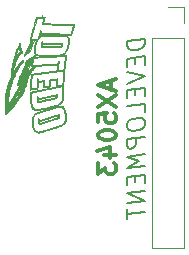
<source format=gbo>
G04 #@! TF.FileFunction,Legend,Bot*
%FSLAX46Y46*%
G04 Gerber Fmt 4.6, Leading zero omitted, Abs format (unit mm)*
G04 Created by KiCad (PCBNEW 4.0.5+dfsg1-4) date Sun Oct 15 17:49:37 2017*
%MOMM*%
%LPD*%
G01*
G04 APERTURE LIST*
%ADD10C,0.100000*%
%ADD11C,0.150000*%
%ADD12C,0.300000*%
%ADD13C,0.120000*%
%ADD14C,0.010000*%
G04 APERTURE END LIST*
D10*
D11*
X166540571Y-98912607D02*
X165040571Y-99100107D01*
X165040571Y-99457250D01*
X165112000Y-99662606D01*
X165254857Y-99787607D01*
X165397714Y-99841178D01*
X165683429Y-99876892D01*
X165897714Y-99850107D01*
X166183429Y-99742963D01*
X166326286Y-99653678D01*
X166469143Y-99492963D01*
X166540571Y-99269750D01*
X166540571Y-98912607D01*
X165754857Y-100510821D02*
X165754857Y-101010821D01*
X166540571Y-101126893D02*
X166540571Y-100412607D01*
X165040571Y-100600107D01*
X165040571Y-101314393D01*
X165040571Y-101742964D02*
X166540571Y-102055464D01*
X165040571Y-102742964D01*
X165754857Y-103153678D02*
X165754857Y-103653678D01*
X166540571Y-103769750D02*
X166540571Y-103055464D01*
X165040571Y-103242964D01*
X165040571Y-103957250D01*
X166540571Y-105126893D02*
X166540571Y-104412607D01*
X165040571Y-104600107D01*
X165040571Y-106100107D02*
X165040571Y-106385821D01*
X165112000Y-106519750D01*
X165254857Y-106644750D01*
X165540571Y-106680464D01*
X166040571Y-106617964D01*
X166326286Y-106510821D01*
X166469143Y-106350107D01*
X166540571Y-106198321D01*
X166540571Y-105912607D01*
X166469143Y-105778678D01*
X166326286Y-105653678D01*
X166040571Y-105617964D01*
X165540571Y-105680464D01*
X165254857Y-105787607D01*
X165112000Y-105948321D01*
X165040571Y-106100107D01*
X166540571Y-107198322D02*
X165040571Y-107385822D01*
X165040571Y-107957250D01*
X165112000Y-108091179D01*
X165183429Y-108153678D01*
X165326286Y-108207250D01*
X165540571Y-108180465D01*
X165683429Y-108091178D01*
X165754857Y-108010822D01*
X165826286Y-107859035D01*
X165826286Y-107287607D01*
X166540571Y-108698322D02*
X165040571Y-108885822D01*
X166112000Y-109251893D01*
X165040571Y-109885822D01*
X166540571Y-109698322D01*
X165754857Y-110510822D02*
X165754857Y-111010822D01*
X166540571Y-111126894D02*
X166540571Y-110412608D01*
X165040571Y-110600108D01*
X165040571Y-111314394D01*
X166540571Y-111769751D02*
X165040571Y-111957251D01*
X166540571Y-112626894D01*
X165040571Y-112814394D01*
X165040571Y-113314394D02*
X165040571Y-114171537D01*
X166540571Y-113555466D02*
X165040571Y-113742966D01*
D12*
X163699000Y-102497430D02*
X163699000Y-103211716D01*
X164127571Y-102354573D02*
X162627571Y-102854573D01*
X164127571Y-103354573D01*
X162627571Y-103711716D02*
X164127571Y-104711716D01*
X162627571Y-104711716D02*
X164127571Y-103711716D01*
X162627571Y-105997430D02*
X162627571Y-105283144D01*
X163341857Y-105211715D01*
X163270429Y-105283144D01*
X163199000Y-105426001D01*
X163199000Y-105783144D01*
X163270429Y-105926001D01*
X163341857Y-105997430D01*
X163484714Y-106068858D01*
X163841857Y-106068858D01*
X163984714Y-105997430D01*
X164056143Y-105926001D01*
X164127571Y-105783144D01*
X164127571Y-105426001D01*
X164056143Y-105283144D01*
X163984714Y-105211715D01*
X162627571Y-106997429D02*
X162627571Y-107140286D01*
X162699000Y-107283143D01*
X162770429Y-107354572D01*
X162913286Y-107426001D01*
X163199000Y-107497429D01*
X163556143Y-107497429D01*
X163841857Y-107426001D01*
X163984714Y-107354572D01*
X164056143Y-107283143D01*
X164127571Y-107140286D01*
X164127571Y-106997429D01*
X164056143Y-106854572D01*
X163984714Y-106783143D01*
X163841857Y-106711715D01*
X163556143Y-106640286D01*
X163199000Y-106640286D01*
X162913286Y-106711715D01*
X162770429Y-106783143D01*
X162699000Y-106854572D01*
X162627571Y-106997429D01*
X163127571Y-108783143D02*
X164127571Y-108783143D01*
X162556143Y-108426000D02*
X163627571Y-108068857D01*
X163627571Y-108997429D01*
X162627571Y-109426000D02*
X162627571Y-110354571D01*
X163199000Y-109854571D01*
X163199000Y-110068857D01*
X163270429Y-110211714D01*
X163341857Y-110283143D01*
X163484714Y-110354571D01*
X163841857Y-110354571D01*
X163984714Y-110283143D01*
X164056143Y-110211714D01*
X164127571Y-110068857D01*
X164127571Y-109640285D01*
X164056143Y-109497428D01*
X163984714Y-109426000D01*
D13*
X169859000Y-116646000D02*
X167199000Y-116646000D01*
X169859000Y-98806000D02*
X169859000Y-116646000D01*
X167199000Y-98806000D02*
X167199000Y-116646000D01*
X169859000Y-98806000D02*
X167199000Y-98806000D01*
X169859000Y-97536000D02*
X169859000Y-96206000D01*
X169859000Y-96206000D02*
X168529000Y-96206000D01*
D14*
G36*
X154690884Y-104524834D02*
X154691902Y-104609933D01*
X154693582Y-104685419D01*
X154695870Y-104749318D01*
X154698714Y-104799652D01*
X154701012Y-104825800D01*
X154708242Y-104889547D01*
X154716096Y-104954682D01*
X154724258Y-105018953D01*
X154732412Y-105080109D01*
X154740240Y-105135899D01*
X154747426Y-105184074D01*
X154753653Y-105222381D01*
X154758605Y-105248569D01*
X154761965Y-105260389D01*
X154762179Y-105260671D01*
X154770144Y-105257274D01*
X154788698Y-105243641D01*
X154816201Y-105221249D01*
X154851014Y-105191575D01*
X154891498Y-105156097D01*
X154936014Y-105116294D01*
X154982921Y-105073641D01*
X155030583Y-105029618D01*
X155077358Y-104985702D01*
X155121608Y-104943370D01*
X155161694Y-104904101D01*
X155194145Y-104871266D01*
X155295928Y-104763253D01*
X155392274Y-104654912D01*
X155484875Y-104544016D01*
X155575426Y-104428336D01*
X155665620Y-104305645D01*
X155757151Y-104173715D01*
X155851713Y-104030319D01*
X155942196Y-103887392D01*
X156045672Y-103717498D01*
X156138385Y-103557000D01*
X156221467Y-103403244D01*
X156296056Y-103253579D01*
X156363284Y-103105353D01*
X156424288Y-102955912D01*
X156480203Y-102802606D01*
X156532162Y-102642782D01*
X156581302Y-102473786D01*
X156628756Y-102292968D01*
X156634748Y-102268908D01*
X156649108Y-102211513D01*
X156662490Y-102159120D01*
X156674261Y-102114119D01*
X156683791Y-102078899D01*
X156690447Y-102055849D01*
X156693261Y-102047806D01*
X156699914Y-102037951D01*
X156715505Y-102016270D01*
X156738784Y-101984462D01*
X156768496Y-101944224D01*
X156803391Y-101897254D01*
X156842217Y-101845249D01*
X156869371Y-101809013D01*
X156918156Y-101743296D01*
X156970733Y-101671225D01*
X157024318Y-101596704D01*
X157076124Y-101523636D01*
X157123365Y-101455925D01*
X157163255Y-101397473D01*
X157165585Y-101394001D01*
X157292817Y-101204154D01*
X157388525Y-101198920D01*
X157429104Y-101196722D01*
X157481617Y-101193906D01*
X157541086Y-101190739D01*
X157602536Y-101187486D01*
X157649333Y-101185022D01*
X157712186Y-101181632D01*
X157780194Y-101177811D01*
X157847350Y-101173907D01*
X157907650Y-101170265D01*
X157941433Y-101168132D01*
X157990750Y-101165114D01*
X158051793Y-101161649D01*
X158119366Y-101158018D01*
X158188278Y-101154498D01*
X158253335Y-101151369D01*
X158254699Y-101151306D01*
X158336812Y-101147357D01*
X158432088Y-101142509D01*
X158536794Y-101136966D01*
X158647197Y-101130935D01*
X158759563Y-101124620D01*
X158870159Y-101118228D01*
X158975252Y-101111963D01*
X159024775Y-101108929D01*
X159069159Y-101106390D01*
X159107165Y-101104607D01*
X159135775Y-101103692D01*
X159151974Y-101103756D01*
X159154462Y-101104173D01*
X159154496Y-101113173D01*
X159152632Y-101136114D01*
X159149153Y-101170144D01*
X159144345Y-101212414D01*
X159140305Y-101245675D01*
X159133429Y-101301846D01*
X159126359Y-101361203D01*
X159119796Y-101417770D01*
X159114440Y-101465570D01*
X159113005Y-101478885D01*
X159108457Y-101517800D01*
X159103825Y-101550793D01*
X159099697Y-101574028D01*
X159097018Y-101583252D01*
X159086884Y-101587140D01*
X159060481Y-101592876D01*
X159018362Y-101600380D01*
X158961081Y-101609568D01*
X158889190Y-101620359D01*
X158803243Y-101632670D01*
X158703794Y-101646419D01*
X158591396Y-101661524D01*
X158466602Y-101677903D01*
X158411333Y-101685052D01*
X158360168Y-101691699D01*
X158295111Y-101700242D01*
X158219050Y-101710296D01*
X158134874Y-101721477D01*
X158045470Y-101733402D01*
X157953725Y-101745685D01*
X157862528Y-101757943D01*
X157810200Y-101765001D01*
X157681576Y-101782338D01*
X157559355Y-101798740D01*
X157444753Y-101814046D01*
X157338990Y-101828097D01*
X157243282Y-101840731D01*
X157158848Y-101851789D01*
X157086906Y-101861109D01*
X157028673Y-101868532D01*
X156985368Y-101873896D01*
X156969211Y-101875812D01*
X156942176Y-101880377D01*
X156922897Y-101886335D01*
X156916514Y-101891042D01*
X156915110Y-101901789D01*
X156912901Y-101927067D01*
X156910061Y-101964506D01*
X156906762Y-102011731D01*
X156903178Y-102066371D01*
X156900061Y-102116466D01*
X156895858Y-102185841D01*
X156891112Y-102264460D01*
X156885952Y-102350156D01*
X156880509Y-102440764D01*
X156874911Y-102534118D01*
X156869288Y-102628051D01*
X156863770Y-102720398D01*
X156858485Y-102808992D01*
X156853564Y-102891667D01*
X156849135Y-102966256D01*
X156845329Y-103030595D01*
X156842274Y-103082516D01*
X156840100Y-103119854D01*
X156839983Y-103121883D01*
X156838037Y-103168654D01*
X156838432Y-103200063D01*
X156841148Y-103215528D01*
X156843067Y-103217133D01*
X156854298Y-103216003D01*
X156879662Y-103212824D01*
X156916900Y-103207913D01*
X156963757Y-103201587D01*
X157017975Y-103194162D01*
X157077297Y-103185956D01*
X157139466Y-103177285D01*
X157202225Y-103168466D01*
X157263317Y-103159816D01*
X157320485Y-103151651D01*
X157371473Y-103144289D01*
X157414022Y-103138046D01*
X157445876Y-103133239D01*
X157464779Y-103130185D01*
X157469093Y-103129262D01*
X157470214Y-103120461D01*
X157472145Y-103096708D01*
X157474756Y-103059959D01*
X157477916Y-103012169D01*
X157481496Y-102955293D01*
X157485365Y-102891287D01*
X157488596Y-102836003D01*
X157492651Y-102767597D01*
X157496602Y-102704676D01*
X157500309Y-102649211D01*
X157503630Y-102603170D01*
X157506426Y-102568523D01*
X157508555Y-102547241D01*
X157509682Y-102541161D01*
X157517285Y-102543495D01*
X157525151Y-102551995D01*
X157529860Y-102557281D01*
X157536554Y-102560679D01*
X157547674Y-102562091D01*
X157565664Y-102561422D01*
X157592968Y-102558575D01*
X157632027Y-102553454D01*
X157685287Y-102545962D01*
X157688046Y-102545569D01*
X157740562Y-102538132D01*
X157790695Y-102531110D01*
X157834639Y-102525032D01*
X157868586Y-102520423D01*
X157885613Y-102518197D01*
X157931394Y-102512445D01*
X157925033Y-102638305D01*
X157922047Y-102697583D01*
X157918647Y-102765326D01*
X157915258Y-102833087D01*
X157912364Y-102891166D01*
X157910476Y-102935912D01*
X157909478Y-102974549D01*
X157909401Y-103003977D01*
X157910276Y-103021092D01*
X157911044Y-103024026D01*
X157920774Y-103024902D01*
X157944932Y-103023643D01*
X157981189Y-103020541D01*
X158027216Y-103015892D01*
X158080683Y-103009989D01*
X158139261Y-103003125D01*
X158200621Y-102995596D01*
X158262432Y-102987694D01*
X158322365Y-102979714D01*
X158378092Y-102971949D01*
X158427282Y-102964695D01*
X158467606Y-102958243D01*
X158496735Y-102952889D01*
X158512339Y-102948927D01*
X158514173Y-102947924D01*
X158516204Y-102938076D01*
X158518803Y-102913829D01*
X158521771Y-102877700D01*
X158524911Y-102832206D01*
X158528025Y-102779864D01*
X158529315Y-102755699D01*
X158532462Y-102696115D01*
X158535689Y-102637549D01*
X158538777Y-102583765D01*
X158541511Y-102538525D01*
X158543672Y-102505595D01*
X158544055Y-102500301D01*
X158549187Y-102431169D01*
X158575510Y-102426367D01*
X158601058Y-102422165D01*
X158637763Y-102416747D01*
X158683056Y-102410437D01*
X158734371Y-102403556D01*
X158789140Y-102396425D01*
X158844796Y-102389367D01*
X158898771Y-102382703D01*
X158948499Y-102376755D01*
X158991411Y-102371845D01*
X159024941Y-102368296D01*
X159046520Y-102366428D01*
X159053587Y-102366431D01*
X159054054Y-102375494D01*
X159053523Y-102399077D01*
X159052134Y-102434803D01*
X159050025Y-102480297D01*
X159047335Y-102533182D01*
X159044202Y-102591084D01*
X159040764Y-102651626D01*
X159037160Y-102712433D01*
X159033528Y-102771128D01*
X159030008Y-102825336D01*
X159026737Y-102872681D01*
X159023854Y-102910788D01*
X159021497Y-102937280D01*
X159019806Y-102949781D01*
X159019542Y-102950413D01*
X159010718Y-102952991D01*
X158987611Y-102958540D01*
X158952511Y-102966545D01*
X158907704Y-102976490D01*
X158855480Y-102987858D01*
X158813319Y-102996902D01*
X158748442Y-103010736D01*
X158671834Y-103027075D01*
X158588323Y-103044887D01*
X158502739Y-103063142D01*
X158419910Y-103080812D01*
X158356299Y-103094384D01*
X158276265Y-103111457D01*
X158186524Y-103130596D01*
X158092645Y-103150613D01*
X158000200Y-103170321D01*
X157914758Y-103188532D01*
X157861000Y-103199986D01*
X157784029Y-103216401D01*
X157698582Y-103234651D01*
X157610086Y-103253575D01*
X157523968Y-103272012D01*
X157445655Y-103288801D01*
X157403800Y-103297788D01*
X157335203Y-103312524D01*
X157262568Y-103328122D01*
X157190497Y-103343592D01*
X157123587Y-103357949D01*
X157066439Y-103370205D01*
X157043966Y-103375021D01*
X156996236Y-103385581D01*
X156953946Y-103395564D01*
X156920031Y-103404229D01*
X156897424Y-103410833D01*
X156889450Y-103414134D01*
X156887230Y-103424128D01*
X156885253Y-103449252D01*
X156883521Y-103487706D01*
X156882038Y-103537686D01*
X156880805Y-103597392D01*
X156879827Y-103665022D01*
X156879107Y-103738775D01*
X156878646Y-103816850D01*
X156878449Y-103897444D01*
X156878518Y-103978756D01*
X156878856Y-104058986D01*
X156879466Y-104136330D01*
X156880352Y-104208989D01*
X156881516Y-104275160D01*
X156882961Y-104333042D01*
X156884690Y-104380833D01*
X156886706Y-104416732D01*
X156887764Y-104429086D01*
X156900928Y-104528715D01*
X156919062Y-104613548D01*
X156942878Y-104685177D01*
X156973084Y-104745195D01*
X157010393Y-104795195D01*
X157055513Y-104836769D01*
X157076234Y-104851614D01*
X157116104Y-104875934D01*
X157155433Y-104894305D01*
X157197703Y-104907583D01*
X157246397Y-104916623D01*
X157304999Y-104922282D01*
X157376454Y-104925402D01*
X157414132Y-104926356D01*
X157448890Y-104926943D01*
X157481882Y-104926974D01*
X157514263Y-104926259D01*
X157547188Y-104924609D01*
X157581811Y-104921834D01*
X157619287Y-104917745D01*
X157660770Y-104912153D01*
X157707414Y-104904868D01*
X157760375Y-104895701D01*
X157820807Y-104884462D01*
X157889864Y-104870963D01*
X157968702Y-104855012D01*
X158058473Y-104836422D01*
X158160334Y-104815003D01*
X158275439Y-104790566D01*
X158404942Y-104762920D01*
X158529866Y-104736187D01*
X158652899Y-104709150D01*
X158761188Y-104683758D01*
X158856773Y-104659396D01*
X158941690Y-104635448D01*
X159017979Y-104611298D01*
X159087678Y-104586331D01*
X159152826Y-104559932D01*
X159215460Y-104531485D01*
X159228366Y-104525251D01*
X159326435Y-104471691D01*
X159409071Y-104413772D01*
X159477489Y-104350232D01*
X159532903Y-104279814D01*
X159576529Y-104201258D01*
X159601514Y-104138387D01*
X159610203Y-104112542D01*
X159617770Y-104088500D01*
X159624311Y-104064908D01*
X159629919Y-104040415D01*
X159634689Y-104013667D01*
X159638713Y-103983311D01*
X159642087Y-103947995D01*
X159644904Y-103906365D01*
X159647258Y-103857071D01*
X159649243Y-103798757D01*
X159650953Y-103730073D01*
X159652482Y-103649665D01*
X159653923Y-103556180D01*
X159655372Y-103448265D01*
X159656679Y-103344133D01*
X159657974Y-103244063D01*
X159659323Y-103148180D01*
X159660699Y-103057953D01*
X159662075Y-102974848D01*
X159663423Y-102900331D01*
X159664715Y-102835871D01*
X159665924Y-102782935D01*
X159667023Y-102742989D01*
X159667985Y-102717501D01*
X159668551Y-102709133D01*
X159669849Y-102693910D01*
X159672021Y-102663392D01*
X159674965Y-102619187D01*
X159678580Y-102562904D01*
X159682766Y-102496153D01*
X159687421Y-102420543D01*
X159692444Y-102337684D01*
X159697735Y-102249184D01*
X159702818Y-102163033D01*
X159710925Y-102029052D01*
X159718866Y-101906295D01*
X159726570Y-101795712D01*
X159733964Y-101698253D01*
X159740976Y-101614867D01*
X159747534Y-101546505D01*
X159753560Y-101494166D01*
X159760601Y-101440292D01*
X159769784Y-101370324D01*
X159781121Y-101284175D01*
X159794624Y-101181758D01*
X159810303Y-101062985D01*
X159828170Y-100927771D01*
X159848237Y-100776027D01*
X159870515Y-100607667D01*
X159893667Y-100432783D01*
X159899310Y-100387789D01*
X159903584Y-100348945D01*
X159906209Y-100319233D01*
X159906904Y-100301638D01*
X159906347Y-100298192D01*
X159896955Y-100297305D01*
X159873077Y-100297286D01*
X159837136Y-100298072D01*
X159795809Y-100299458D01*
X159795809Y-100375152D01*
X159810565Y-100376560D01*
X159816202Y-100382005D01*
X159816799Y-100387048D01*
X159815720Y-100398431D01*
X159812642Y-100424688D01*
X159807807Y-100463910D01*
X159801458Y-100514185D01*
X159793835Y-100573604D01*
X159785181Y-100640257D01*
X159775738Y-100712233D01*
X159773696Y-100727702D01*
X159754835Y-100870222D01*
X159738043Y-100996641D01*
X159723223Y-101107655D01*
X159710280Y-101203958D01*
X159699117Y-101286244D01*
X159689639Y-101355207D01*
X159681748Y-101411542D01*
X159675350Y-101455942D01*
X159670348Y-101489103D01*
X159666646Y-101511719D01*
X159664147Y-101524484D01*
X159662966Y-101528055D01*
X159653906Y-101529509D01*
X159642373Y-101530563D01*
X159642373Y-101600000D01*
X159649991Y-101601908D01*
X159653699Y-101610029D01*
X159654103Y-101627959D01*
X159651995Y-101657150D01*
X159650601Y-101675967D01*
X159648339Y-101709995D01*
X159645311Y-101757536D01*
X159641623Y-101816894D01*
X159637377Y-101886375D01*
X159632678Y-101964281D01*
X159627628Y-102048918D01*
X159622333Y-102138588D01*
X159617682Y-102218066D01*
X159612271Y-102310327D01*
X159607016Y-102398712D01*
X159602021Y-102481568D01*
X159597389Y-102557238D01*
X159593222Y-102624070D01*
X159589625Y-102680409D01*
X159586699Y-102724600D01*
X159584548Y-102754990D01*
X159583382Y-102768967D01*
X159578430Y-102816101D01*
X159558518Y-102818565D01*
X159558518Y-102920799D01*
X159561498Y-102928975D01*
X159564127Y-102952341D01*
X159566406Y-102989160D01*
X159568337Y-103037692D01*
X159569918Y-103096201D01*
X159571152Y-103162946D01*
X159572038Y-103236189D01*
X159572576Y-103314192D01*
X159572768Y-103395216D01*
X159572614Y-103477523D01*
X159572114Y-103559374D01*
X159571270Y-103639031D01*
X159570080Y-103714754D01*
X159568546Y-103784805D01*
X159566669Y-103847447D01*
X159564449Y-103900939D01*
X159561886Y-103943544D01*
X159558981Y-103973523D01*
X159558211Y-103978782D01*
X159537964Y-104073846D01*
X159509644Y-104155980D01*
X159472073Y-104227716D01*
X159424075Y-104291590D01*
X159401933Y-104315262D01*
X159357948Y-104355715D01*
X159308482Y-104393243D01*
X159252289Y-104428337D01*
X159188121Y-104461485D01*
X159114732Y-104493178D01*
X159030874Y-104523905D01*
X158935303Y-104554156D01*
X158826769Y-104584420D01*
X158704028Y-104615189D01*
X158565831Y-104646950D01*
X158546799Y-104651148D01*
X158404687Y-104682300D01*
X158277898Y-104709938D01*
X158165238Y-104734277D01*
X158065515Y-104755534D01*
X157977535Y-104773926D01*
X157900104Y-104789671D01*
X157832029Y-104802984D01*
X157772116Y-104814082D01*
X157719172Y-104823182D01*
X157672003Y-104830501D01*
X157629416Y-104836255D01*
X157590216Y-104840662D01*
X157553211Y-104843937D01*
X157517207Y-104846298D01*
X157481010Y-104847962D01*
X157458833Y-104848712D01*
X157389563Y-104850191D01*
X157333913Y-104849686D01*
X157288643Y-104846772D01*
X157250510Y-104841022D01*
X157216276Y-104832011D01*
X157182697Y-104819313D01*
X157161232Y-104809612D01*
X157102555Y-104773504D01*
X157056096Y-104726020D01*
X157022125Y-104669166D01*
X157011572Y-104645766D01*
X157002551Y-104623269D01*
X156994912Y-104600127D01*
X156988507Y-104574788D01*
X156983188Y-104545702D01*
X156978805Y-104511318D01*
X156975211Y-104470087D01*
X156972257Y-104420457D01*
X156969794Y-104360879D01*
X156967673Y-104289802D01*
X156965746Y-104205676D01*
X156963864Y-104106950D01*
X156962885Y-104051100D01*
X156961500Y-103963743D01*
X156960394Y-103879446D01*
X156959576Y-103800128D01*
X156959055Y-103727705D01*
X156958841Y-103664096D01*
X156958943Y-103611218D01*
X156959371Y-103570990D01*
X156960135Y-103545329D01*
X156960360Y-103541664D01*
X156963342Y-103507117D01*
X156966833Y-103485915D01*
X156971960Y-103474481D01*
X156979851Y-103469236D01*
X156983528Y-103468188D01*
X156997167Y-103465158D01*
X157024514Y-103459250D01*
X157062709Y-103451076D01*
X157108891Y-103441247D01*
X157160198Y-103430376D01*
X157166733Y-103428995D01*
X157222393Y-103417190D01*
X157289986Y-103402784D01*
X157364896Y-103386766D01*
X157442507Y-103370124D01*
X157518202Y-103353846D01*
X157564666Y-103343825D01*
X157634862Y-103328746D01*
X157708436Y-103313081D01*
X157781172Y-103297719D01*
X157848854Y-103283547D01*
X157907266Y-103271454D01*
X157941433Y-103264489D01*
X158002986Y-103251817D01*
X158072270Y-103237154D01*
X158141907Y-103222085D01*
X158204516Y-103208194D01*
X158220833Y-103204491D01*
X158276572Y-103192011D01*
X158342574Y-103177629D01*
X158412485Y-103162706D01*
X158479951Y-103148606D01*
X158517166Y-103140994D01*
X158581056Y-103127842D01*
X158654660Y-103112333D01*
X158731195Y-103095917D01*
X158803875Y-103080045D01*
X158847366Y-103070364D01*
X158908469Y-103056804D01*
X158973150Y-103042758D01*
X159036197Y-103029335D01*
X159092398Y-103017649D01*
X159130999Y-103009890D01*
X159179995Y-103000045D01*
X159239479Y-102987717D01*
X159303427Y-102974176D01*
X159365817Y-102960690D01*
X159395535Y-102954145D01*
X159444395Y-102943451D01*
X159488048Y-102934178D01*
X159523603Y-102926920D01*
X159548165Y-102922269D01*
X159558518Y-102920799D01*
X159558518Y-102818565D01*
X159346579Y-102844793D01*
X159285940Y-102852149D01*
X159230994Y-102858531D01*
X159183920Y-102863709D01*
X159146897Y-102867453D01*
X159122104Y-102869531D01*
X159111721Y-102869715D01*
X159111563Y-102869625D01*
X159111260Y-102860499D01*
X159111993Y-102836681D01*
X159113652Y-102800372D01*
X159116127Y-102753774D01*
X159119306Y-102699090D01*
X159123080Y-102638521D01*
X159123440Y-102632933D01*
X159127507Y-102567808D01*
X159131195Y-102504609D01*
X159134345Y-102446387D01*
X159136798Y-102396195D01*
X159138397Y-102357086D01*
X159138974Y-102333810D01*
X159139466Y-102267521D01*
X159116183Y-102272273D01*
X159102508Y-102274456D01*
X159074141Y-102278519D01*
X159033181Y-102284175D01*
X158981730Y-102291141D01*
X158921890Y-102299132D01*
X158855762Y-102307862D01*
X158797835Y-102315435D01*
X158728515Y-102324629D01*
X158664128Y-102333494D01*
X158606704Y-102341727D01*
X158558272Y-102349022D01*
X158520864Y-102355076D01*
X158496509Y-102359583D01*
X158487599Y-102361964D01*
X158483247Y-102364622D01*
X158479612Y-102368589D01*
X158476516Y-102375515D01*
X158473777Y-102387053D01*
X158471217Y-102404853D01*
X158468655Y-102430565D01*
X158465912Y-102465840D01*
X158462808Y-102512329D01*
X158459164Y-102571683D01*
X158454800Y-102645553D01*
X158452567Y-102683733D01*
X158449228Y-102735991D01*
X158445666Y-102783354D01*
X158442146Y-102822870D01*
X158438933Y-102851586D01*
X158436291Y-102866553D01*
X158436133Y-102867014D01*
X158427934Y-102878766D01*
X158411315Y-102886140D01*
X158384356Y-102890859D01*
X158361056Y-102893877D01*
X158324770Y-102898678D01*
X158279292Y-102904756D01*
X158228413Y-102911605D01*
X158187631Y-102917128D01*
X158137146Y-102923806D01*
X158090987Y-102929581D01*
X158052380Y-102934075D01*
X158024553Y-102936910D01*
X158011749Y-102937733D01*
X157987603Y-102937733D01*
X157992172Y-102872116D01*
X157998304Y-102783015D01*
X158003230Y-102708949D01*
X158007052Y-102648070D01*
X158009875Y-102598530D01*
X158011802Y-102558482D01*
X158012937Y-102526077D01*
X158013383Y-102499469D01*
X158013400Y-102493763D01*
X158013400Y-102429733D01*
X157977416Y-102429865D01*
X157955703Y-102431114D01*
X157921561Y-102434438D01*
X157879299Y-102439366D01*
X157833228Y-102445421D01*
X157822900Y-102446873D01*
X157772635Y-102453672D01*
X157721411Y-102459991D01*
X157674964Y-102465158D01*
X157639030Y-102468502D01*
X157636633Y-102468681D01*
X157568900Y-102473615D01*
X157515498Y-102375674D01*
X157495077Y-102338876D01*
X157477082Y-102307661D01*
X157463255Y-102284965D01*
X157455337Y-102273726D01*
X157454658Y-102273135D01*
X157451734Y-102272742D01*
X157449047Y-102276234D01*
X157446478Y-102284909D01*
X157443910Y-102300065D01*
X157441224Y-102322998D01*
X157438302Y-102355005D01*
X157435027Y-102397384D01*
X157431280Y-102451433D01*
X157426944Y-102518447D01*
X157421901Y-102599724D01*
X157416032Y-102696563D01*
X157415792Y-102700548D01*
X157411177Y-102776740D01*
X157406827Y-102847489D01*
X157402856Y-102911052D01*
X157399374Y-102965687D01*
X157396493Y-103009651D01*
X157394326Y-103041203D01*
X157392984Y-103058599D01*
X157392628Y-103061515D01*
X157384185Y-103062947D01*
X157361137Y-103066354D01*
X157325661Y-103071429D01*
X157279932Y-103077863D01*
X157226125Y-103085348D01*
X157166415Y-103093575D01*
X157163375Y-103093992D01*
X157093441Y-103103433D01*
X157038520Y-103110460D01*
X156996888Y-103115220D01*
X156966821Y-103117860D01*
X156946593Y-103118526D01*
X156934479Y-103117366D01*
X156928756Y-103114527D01*
X156928380Y-103114025D01*
X156925263Y-103100202D01*
X156924333Y-103075236D01*
X156925576Y-103047799D01*
X156926876Y-103029464D01*
X156929059Y-102995893D01*
X156932022Y-102948756D01*
X156935665Y-102889722D01*
X156939885Y-102820460D01*
X156944581Y-102742639D01*
X156949651Y-102657929D01*
X156954993Y-102567999D01*
X156960152Y-102480533D01*
X156965619Y-102388996D01*
X156970952Y-102302504D01*
X156976050Y-102222535D01*
X156980809Y-102150564D01*
X156985129Y-102088068D01*
X156988906Y-102036524D01*
X156992038Y-101997408D01*
X156994424Y-101972197D01*
X156995962Y-101962368D01*
X156995997Y-101962323D01*
X156998779Y-101960869D01*
X157005110Y-101959037D01*
X157015696Y-101956726D01*
X157031245Y-101953839D01*
X157052466Y-101950278D01*
X157080066Y-101945943D01*
X157114752Y-101940738D01*
X157157232Y-101934562D01*
X157208214Y-101927318D01*
X157268406Y-101918907D01*
X157338515Y-101909231D01*
X157419249Y-101898192D01*
X157511316Y-101885691D01*
X157615424Y-101871629D01*
X157732279Y-101855909D01*
X157862590Y-101838431D01*
X158007065Y-101819098D01*
X158166411Y-101797811D01*
X158341336Y-101774471D01*
X158474833Y-101756673D01*
X158564303Y-101744710D01*
X158666256Y-101731012D01*
X158776400Y-101716162D01*
X158890442Y-101700738D01*
X159004091Y-101685323D01*
X159113055Y-101670496D01*
X159213042Y-101656838D01*
X159229111Y-101654637D01*
X159309708Y-101643633D01*
X159385458Y-101633369D01*
X159454650Y-101624072D01*
X159515576Y-101615968D01*
X159566526Y-101609283D01*
X159605792Y-101604243D01*
X159631665Y-101601073D01*
X159642373Y-101600000D01*
X159642373Y-101530563D01*
X159630609Y-101531639D01*
X159595702Y-101534289D01*
X159551811Y-101537309D01*
X159501564Y-101540543D01*
X159447587Y-101543838D01*
X159392507Y-101547042D01*
X159338950Y-101550001D01*
X159289544Y-101552561D01*
X159246916Y-101554569D01*
X159213691Y-101555873D01*
X159192498Y-101556317D01*
X159185904Y-101555905D01*
X159186002Y-101547023D01*
X159188063Y-101525042D01*
X159191707Y-101493635D01*
X159194895Y-101468766D01*
X159205853Y-101385057D01*
X159216592Y-101300801D01*
X159226918Y-101217697D01*
X159236637Y-101137445D01*
X159245558Y-101061744D01*
X159253486Y-100992294D01*
X159260228Y-100930794D01*
X159265591Y-100878944D01*
X159269382Y-100838443D01*
X159271406Y-100810990D01*
X159271472Y-100798286D01*
X159271230Y-100797661D01*
X159265922Y-100796955D01*
X159257113Y-100803548D01*
X159243693Y-100818826D01*
X159224556Y-100844176D01*
X159198592Y-100880986D01*
X159164695Y-100930642D01*
X159163146Y-100932932D01*
X159135806Y-100971719D01*
X159112269Y-101001853D01*
X159094241Y-101021277D01*
X159084433Y-101027849D01*
X159072229Y-101029052D01*
X159045171Y-101030895D01*
X159005319Y-101033263D01*
X158954736Y-101036042D01*
X158895483Y-101039119D01*
X158829621Y-101042379D01*
X158771166Y-101045155D01*
X158711031Y-101048027D01*
X158636307Y-101051711D01*
X158549313Y-101056088D01*
X158452368Y-101061037D01*
X158347791Y-101066439D01*
X158237900Y-101072173D01*
X158125015Y-101078120D01*
X158011454Y-101084158D01*
X157899536Y-101090170D01*
X157856766Y-101092484D01*
X157719604Y-101099924D01*
X157598369Y-101106492D01*
X157492076Y-101112234D01*
X157399745Y-101117192D01*
X157320391Y-101121411D01*
X157253033Y-101124935D01*
X157196689Y-101127807D01*
X157150375Y-101130072D01*
X157113108Y-101131773D01*
X157083907Y-101132954D01*
X157061789Y-101133659D01*
X157045771Y-101133932D01*
X157034870Y-101133817D01*
X157028104Y-101133357D01*
X157024490Y-101132598D01*
X157023046Y-101131581D01*
X157022790Y-101130353D01*
X157022800Y-101129731D01*
X157023921Y-101120035D01*
X157027069Y-101095928D01*
X157031916Y-101059772D01*
X157038137Y-101013924D01*
X157045405Y-100960745D01*
X157053395Y-100902595D01*
X157061780Y-100841832D01*
X157070235Y-100780816D01*
X157078433Y-100721907D01*
X157086048Y-100667464D01*
X157092754Y-100619846D01*
X157098225Y-100581413D01*
X157102136Y-100554525D01*
X157103778Y-100543783D01*
X157109702Y-100524040D01*
X157121115Y-100516715D01*
X157127299Y-100516266D01*
X157139870Y-100515827D01*
X157167352Y-100514577D01*
X157207744Y-100512616D01*
X157259046Y-100510045D01*
X157319261Y-100506963D01*
X157386388Y-100503471D01*
X157458429Y-100499670D01*
X157463465Y-100499402D01*
X157529743Y-100495891D01*
X157610344Y-100491643D01*
X157702680Y-100486794D01*
X157804164Y-100481479D01*
X157912209Y-100475833D01*
X158024225Y-100469992D01*
X158137627Y-100464090D01*
X158249825Y-100458264D01*
X158356299Y-100452747D01*
X158550416Y-100442692D01*
X158728121Y-100433464D01*
X158889916Y-100425036D01*
X159036300Y-100417381D01*
X159167774Y-100410472D01*
X159284838Y-100404283D01*
X159387994Y-100398786D01*
X159477741Y-100393955D01*
X159554579Y-100389763D01*
X159619011Y-100386184D01*
X159671534Y-100383189D01*
X159712651Y-100380752D01*
X159742862Y-100378848D01*
X159762667Y-100377447D01*
X159768116Y-100376993D01*
X159795809Y-100375152D01*
X159795809Y-100299458D01*
X159791552Y-100299601D01*
X159738747Y-100301810D01*
X159705523Y-100303390D01*
X159649704Y-100306014D01*
X159599768Y-100308083D01*
X159558120Y-100309520D01*
X159527162Y-100310249D01*
X159509297Y-100310193D01*
X159505874Y-100309762D01*
X159511649Y-100305020D01*
X159529870Y-100294654D01*
X159557651Y-100280226D01*
X159589803Y-100264401D01*
X159666860Y-100222978D01*
X159733589Y-100176947D01*
X159792317Y-100123883D01*
X159845370Y-100061362D01*
X159895074Y-99986958D01*
X159943757Y-99898248D01*
X159946611Y-99892588D01*
X159976729Y-99826089D01*
X160007493Y-99746207D01*
X160037861Y-99656410D01*
X160066790Y-99560164D01*
X160093239Y-99460935D01*
X160116166Y-99362192D01*
X160134522Y-99267433D01*
X160149994Y-99147701D01*
X160153283Y-99039728D01*
X160144389Y-98943508D01*
X160123310Y-98859037D01*
X160090044Y-98786309D01*
X160044590Y-98725321D01*
X159986946Y-98676068D01*
X159940904Y-98649334D01*
X159924077Y-98641010D01*
X159908637Y-98633575D01*
X159893581Y-98626980D01*
X159877904Y-98621173D01*
X159860602Y-98616106D01*
X159840671Y-98611727D01*
X159817107Y-98607987D01*
X159788904Y-98604834D01*
X159755061Y-98602220D01*
X159714571Y-98600093D01*
X159666430Y-98598403D01*
X159609636Y-98597100D01*
X159543183Y-98596134D01*
X159466066Y-98595454D01*
X159377283Y-98595010D01*
X159275829Y-98594753D01*
X159160699Y-98594630D01*
X159030890Y-98594594D01*
X158885396Y-98594592D01*
X158847366Y-98594591D01*
X158696944Y-98594579D01*
X158562431Y-98594593D01*
X158442803Y-98594689D01*
X158341529Y-98594912D01*
X158341529Y-98671239D01*
X158434920Y-98671303D01*
X158541598Y-98671473D01*
X158662586Y-98671736D01*
X158798902Y-98672077D01*
X158884203Y-98672301D01*
X159812566Y-98674766D01*
X159877496Y-98702787D01*
X159941916Y-98738123D01*
X159992640Y-98783060D01*
X160030591Y-98838661D01*
X160056697Y-98905987D01*
X160057673Y-98909548D01*
X160064212Y-98946036D01*
X160068304Y-98994904D01*
X160069954Y-99051776D01*
X160069168Y-99112277D01*
X160065952Y-99172033D01*
X160060312Y-99226669D01*
X160057245Y-99246891D01*
X160047174Y-99299906D01*
X160033540Y-99362671D01*
X160017358Y-99431234D01*
X159999643Y-99501642D01*
X159981409Y-99569941D01*
X159963670Y-99632180D01*
X159947443Y-99684405D01*
X159937880Y-99711933D01*
X159891303Y-99825611D01*
X159841325Y-99923586D01*
X159786967Y-100006912D01*
X159727249Y-100076646D01*
X159661194Y-100133841D01*
X159587820Y-100179555D01*
X159506150Y-100214841D01*
X159456966Y-100230290D01*
X159445934Y-100233309D01*
X159435157Y-100235988D01*
X159423603Y-100238353D01*
X159410240Y-100240427D01*
X159394034Y-100242233D01*
X159373954Y-100243794D01*
X159348967Y-100245134D01*
X159318041Y-100246277D01*
X159280142Y-100247245D01*
X159234239Y-100248063D01*
X159179299Y-100248753D01*
X159114290Y-100249340D01*
X159038178Y-100249846D01*
X158949932Y-100250296D01*
X158848519Y-100250712D01*
X158732907Y-100251118D01*
X158602062Y-100251538D01*
X158508699Y-100251828D01*
X158357909Y-100252208D01*
X158293487Y-100252290D01*
X158293487Y-100331142D01*
X158356299Y-100331208D01*
X158469022Y-100331490D01*
X158569865Y-100331946D01*
X158658206Y-100332565D01*
X158733423Y-100333339D01*
X158794897Y-100334257D01*
X158842006Y-100335311D01*
X158874128Y-100336490D01*
X158890643Y-100337785D01*
X158890929Y-100339187D01*
X158889699Y-100339383D01*
X158871949Y-100341147D01*
X158838983Y-100343645D01*
X158792499Y-100346777D01*
X158734196Y-100350439D01*
X158665770Y-100354529D01*
X158588919Y-100358947D01*
X158505341Y-100363589D01*
X158416733Y-100368353D01*
X158347833Y-100371954D01*
X158256163Y-100376706D01*
X158167927Y-100381318D01*
X158084869Y-100385697D01*
X158008731Y-100389749D01*
X157941259Y-100393381D01*
X157884194Y-100396499D01*
X157839279Y-100399009D01*
X157808260Y-100400818D01*
X157795383Y-100401642D01*
X157763801Y-100402858D01*
X157742221Y-100401624D01*
X157734005Y-100398136D01*
X157734000Y-100398023D01*
X157737969Y-100382006D01*
X157747259Y-100360796D01*
X157757945Y-100342594D01*
X157763461Y-100336479D01*
X157773175Y-100335450D01*
X157798430Y-100334501D01*
X157837836Y-100333644D01*
X157890000Y-100332893D01*
X157953530Y-100332259D01*
X158027036Y-100331754D01*
X158109125Y-100331391D01*
X158198406Y-100331183D01*
X158293487Y-100331142D01*
X158293487Y-100252290D01*
X158218069Y-100252386D01*
X158089806Y-100252363D01*
X157973746Y-100252146D01*
X157870515Y-100251736D01*
X157780738Y-100251139D01*
X157705043Y-100250357D01*
X157644055Y-100249395D01*
X157598399Y-100248256D01*
X157568702Y-100246943D01*
X157559331Y-100246141D01*
X157474675Y-100230281D01*
X157403898Y-100205020D01*
X157346703Y-100170211D01*
X157302792Y-100125711D01*
X157298506Y-100119861D01*
X157274660Y-100081338D01*
X157257575Y-100040886D01*
X157246145Y-99994456D01*
X157239263Y-99938001D01*
X157236697Y-99893830D01*
X157236290Y-99817986D01*
X157241518Y-99739611D01*
X157252811Y-99655374D01*
X157270598Y-99561945D01*
X157290609Y-99474989D01*
X157328970Y-99332039D01*
X157370424Y-99205144D01*
X157415471Y-99093627D01*
X157464611Y-98996810D01*
X157518345Y-98914013D01*
X157577174Y-98844560D01*
X157641598Y-98787772D01*
X157712118Y-98742970D01*
X157789235Y-98709477D01*
X157872437Y-98686820D01*
X157885930Y-98684159D01*
X157899447Y-98681796D01*
X157914008Y-98679715D01*
X157930634Y-98677902D01*
X157950345Y-98676343D01*
X157974161Y-98675023D01*
X158003103Y-98673927D01*
X158038190Y-98673041D01*
X158080444Y-98672349D01*
X158130885Y-98671838D01*
X158190532Y-98671492D01*
X158260407Y-98671297D01*
X158341529Y-98671239D01*
X158341529Y-98594912D01*
X158337034Y-98594922D01*
X158244102Y-98595350D01*
X158162981Y-98596028D01*
X158092648Y-98597012D01*
X158032077Y-98598358D01*
X157980245Y-98600122D01*
X157936126Y-98602360D01*
X157898698Y-98605128D01*
X157866935Y-98608483D01*
X157839813Y-98612480D01*
X157816307Y-98617176D01*
X157795394Y-98622626D01*
X157776049Y-98628887D01*
X157757248Y-98636014D01*
X157737966Y-98644063D01*
X157717178Y-98653091D01*
X157708402Y-98656907D01*
X157677208Y-98670343D01*
X157652644Y-98680769D01*
X157638279Y-98686677D01*
X157636042Y-98687466D01*
X157636328Y-98679999D01*
X157640655Y-98660031D01*
X157647983Y-98631216D01*
X157657272Y-98597207D01*
X157667481Y-98561656D01*
X157677570Y-98528215D01*
X157686498Y-98500538D01*
X157693224Y-98482278D01*
X157695952Y-98477158D01*
X157703860Y-98479153D01*
X157710804Y-98486064D01*
X157712077Y-98488179D01*
X157712959Y-98490056D01*
X157714377Y-98491736D01*
X157717256Y-98493257D01*
X157722523Y-98494658D01*
X157731105Y-98495979D01*
X157743927Y-98497258D01*
X157761916Y-98498535D01*
X157785999Y-98499849D01*
X157817102Y-98501239D01*
X157856152Y-98502744D01*
X157904074Y-98504402D01*
X157961795Y-98506255D01*
X158030241Y-98508339D01*
X158110340Y-98510695D01*
X158203016Y-98513361D01*
X158309197Y-98516377D01*
X158429809Y-98519782D01*
X158565779Y-98523615D01*
X158669566Y-98526545D01*
X158769690Y-98529411D01*
X158866492Y-98532254D01*
X158958378Y-98535022D01*
X159043749Y-98537664D01*
X159121008Y-98540128D01*
X159188559Y-98542364D01*
X159244805Y-98544318D01*
X159288148Y-98545941D01*
X159316992Y-98547181D01*
X159325733Y-98547657D01*
X159360089Y-98549524D01*
X159406480Y-98551544D01*
X159463121Y-98553676D01*
X159528228Y-98555878D01*
X159600015Y-98558108D01*
X159676698Y-98560324D01*
X159756492Y-98562482D01*
X159837613Y-98564542D01*
X159918274Y-98566462D01*
X159996693Y-98568198D01*
X160071083Y-98569709D01*
X160139660Y-98570952D01*
X160200638Y-98571887D01*
X160252235Y-98572469D01*
X160292663Y-98572658D01*
X160320140Y-98572412D01*
X160332879Y-98571687D01*
X160333533Y-98571452D01*
X160336599Y-98562703D01*
X160343792Y-98539479D01*
X160354587Y-98503588D01*
X160368461Y-98456837D01*
X160384888Y-98401034D01*
X160403346Y-98337986D01*
X160423311Y-98269501D01*
X160444257Y-98197387D01*
X160465662Y-98123450D01*
X160487000Y-98049498D01*
X160507749Y-97977339D01*
X160527384Y-97908781D01*
X160545381Y-97845630D01*
X160561215Y-97789694D01*
X160574364Y-97742781D01*
X160584303Y-97706699D01*
X160585099Y-97703758D01*
X160583489Y-97692999D01*
X160569147Y-97686777D01*
X160560595Y-97685248D01*
X160545516Y-97683989D01*
X160515717Y-97682359D01*
X160473403Y-97680448D01*
X160420781Y-97678344D01*
X160360058Y-97676137D01*
X160293440Y-97673918D01*
X160244366Y-97672401D01*
X159981661Y-97664530D01*
X159735722Y-97657134D01*
X159506385Y-97650207D01*
X159293491Y-97643745D01*
X159096877Y-97637743D01*
X158916382Y-97632194D01*
X158751844Y-97627095D01*
X158603102Y-97622440D01*
X158469994Y-97618224D01*
X158352359Y-97614441D01*
X158250035Y-97611087D01*
X158162861Y-97608157D01*
X158090674Y-97605645D01*
X158033315Y-97603546D01*
X157990620Y-97601856D01*
X157962429Y-97600568D01*
X157948580Y-97599678D01*
X157946989Y-97599411D01*
X157948300Y-97590678D01*
X157953732Y-97567667D01*
X157962759Y-97532383D01*
X157974852Y-97486833D01*
X157989485Y-97433020D01*
X158006129Y-97372951D01*
X158013734Y-97345834D01*
X158031061Y-97283671D01*
X158046568Y-97226875D01*
X158059732Y-97177457D01*
X158070029Y-97137429D01*
X158076936Y-97108800D01*
X158079930Y-97093581D01*
X158079887Y-97091665D01*
X158070377Y-97089815D01*
X158047043Y-97087558D01*
X158012982Y-97085130D01*
X157971292Y-97082769D01*
X157951937Y-97081841D01*
X157907355Y-97079448D01*
X157868522Y-97076674D01*
X157838721Y-97073807D01*
X157821232Y-97071132D01*
X157818405Y-97070171D01*
X157815628Y-97061707D01*
X157818331Y-97041982D01*
X157826830Y-97009463D01*
X157839417Y-96968865D01*
X157851263Y-96930979D01*
X157860548Y-96898881D01*
X157866322Y-96876030D01*
X157867672Y-96865984D01*
X157863616Y-96870455D01*
X157854223Y-96887962D01*
X157840757Y-96915948D01*
X157824484Y-96951855D01*
X157818616Y-96965229D01*
X157772100Y-97072093D01*
X157562576Y-97066524D01*
X157409597Y-97062458D01*
X157409597Y-97142300D01*
X157442682Y-97144281D01*
X157459516Y-97145088D01*
X157490802Y-97146390D01*
X157534066Y-97148093D01*
X157586837Y-97150102D01*
X157646641Y-97152321D01*
X157711008Y-97154655D01*
X157725123Y-97155160D01*
X157788318Y-97157515D01*
X157845836Y-97159852D01*
X157895554Y-97162068D01*
X157935349Y-97164062D01*
X157963099Y-97165733D01*
X157976681Y-97166978D01*
X157977674Y-97167252D01*
X157976259Y-97175884D01*
X157970707Y-97198752D01*
X157961561Y-97233819D01*
X157949367Y-97279047D01*
X157934667Y-97332399D01*
X157918007Y-97391837D01*
X157912468Y-97411396D01*
X157895119Y-97472960D01*
X157879390Y-97529647D01*
X157865859Y-97579300D01*
X157855106Y-97619761D01*
X157847710Y-97648872D01*
X157844250Y-97664475D01*
X157844066Y-97666138D01*
X157851176Y-97677539D01*
X157863116Y-97679940D01*
X157875673Y-97680204D01*
X157903897Y-97680967D01*
X157946530Y-97682191D01*
X158002316Y-97683836D01*
X158069995Y-97685864D01*
X158148310Y-97688234D01*
X158236004Y-97690908D01*
X158331819Y-97693847D01*
X158434497Y-97697011D01*
X158542781Y-97700363D01*
X158655413Y-97703861D01*
X158771135Y-97707469D01*
X158888690Y-97711145D01*
X159006819Y-97714852D01*
X159124265Y-97718550D01*
X159239771Y-97722200D01*
X159352079Y-97725764D01*
X159459931Y-97729201D01*
X159562069Y-97732473D01*
X159657236Y-97735540D01*
X159744174Y-97738365D01*
X159770233Y-97739216D01*
X159864956Y-97742274D01*
X159956788Y-97745155D01*
X160043958Y-97747807D01*
X160124691Y-97750182D01*
X160197215Y-97752228D01*
X160259758Y-97753896D01*
X160310546Y-97755136D01*
X160347808Y-97755897D01*
X160368557Y-97756132D01*
X160414575Y-97756725D01*
X160446067Y-97758809D01*
X160465408Y-97762841D01*
X160474977Y-97769280D01*
X160477200Y-97777071D01*
X160474952Y-97787251D01*
X160468531Y-97811972D01*
X160458414Y-97849492D01*
X160445082Y-97898072D01*
X160429013Y-97955970D01*
X160410687Y-98021446D01*
X160390584Y-98092759D01*
X160378931Y-98133882D01*
X160357884Y-98207595D01*
X160338030Y-98276320D01*
X160319883Y-98338329D01*
X160303961Y-98391895D01*
X160290780Y-98435291D01*
X160280854Y-98466789D01*
X160274701Y-98484664D01*
X160273109Y-98488065D01*
X160267833Y-98489311D01*
X160254332Y-98490173D01*
X160232047Y-98490635D01*
X160200421Y-98490683D01*
X160158895Y-98490304D01*
X160106913Y-98489483D01*
X160043916Y-98488205D01*
X159969346Y-98486458D01*
X159882645Y-98484226D01*
X159783256Y-98481496D01*
X159670620Y-98478254D01*
X159544180Y-98474484D01*
X159403378Y-98470174D01*
X159247656Y-98465310D01*
X159076456Y-98459876D01*
X158889219Y-98453859D01*
X158771166Y-98450035D01*
X158620571Y-98445140D01*
X158486001Y-98440754D01*
X158366557Y-98436843D01*
X158261338Y-98433374D01*
X158169446Y-98430313D01*
X158089980Y-98427628D01*
X158022041Y-98425283D01*
X157964729Y-98423246D01*
X157917145Y-98421483D01*
X157878389Y-98419960D01*
X157847561Y-98418645D01*
X157823763Y-98417503D01*
X157806093Y-98416501D01*
X157793653Y-98415605D01*
X157785543Y-98414782D01*
X157780864Y-98413998D01*
X157778715Y-98413220D01*
X157778462Y-98413018D01*
X157774634Y-98403634D01*
X157767270Y-98381035D01*
X157757336Y-98348332D01*
X157745795Y-98308635D01*
X157742341Y-98296456D01*
X157730272Y-98255484D01*
X157719091Y-98220823D01*
X157709857Y-98195527D01*
X157703629Y-98182652D01*
X157702541Y-98181680D01*
X157698122Y-98188732D01*
X157689862Y-98210004D01*
X157678453Y-98243400D01*
X157664584Y-98286823D01*
X157648948Y-98338178D01*
X157632916Y-98392990D01*
X157602293Y-98499629D01*
X157575971Y-98591125D01*
X157553609Y-98668621D01*
X157534867Y-98733261D01*
X157519404Y-98786187D01*
X157506879Y-98828541D01*
X157496952Y-98861466D01*
X157489283Y-98886105D01*
X157483531Y-98903601D01*
X157479355Y-98915096D01*
X157476415Y-98921733D01*
X157474510Y-98924529D01*
X157464633Y-98925908D01*
X157440302Y-98926632D01*
X157403964Y-98926768D01*
X157358067Y-98926384D01*
X157305059Y-98925547D01*
X157247388Y-98924324D01*
X157187501Y-98922783D01*
X157127846Y-98920991D01*
X157070871Y-98919015D01*
X157019025Y-98916923D01*
X156974753Y-98914781D01*
X156940505Y-98912658D01*
X156918728Y-98910621D01*
X156911890Y-98909056D01*
X156912905Y-98899832D01*
X156918151Y-98876323D01*
X156927112Y-98840501D01*
X156939275Y-98794334D01*
X156954124Y-98739796D01*
X156971145Y-98678854D01*
X156981938Y-98640900D01*
X156997028Y-98588148D01*
X157016170Y-98521180D01*
X157038773Y-98442064D01*
X157064247Y-98352868D01*
X157092002Y-98255660D01*
X157121447Y-98152510D01*
X157151992Y-98045484D01*
X157183045Y-97936651D01*
X157214017Y-97828080D01*
X157233330Y-97760366D01*
X157409597Y-97142300D01*
X157409597Y-97062458D01*
X157353052Y-97060954D01*
X157344873Y-97080460D01*
X157340863Y-97092605D01*
X157332788Y-97119237D01*
X157321173Y-97158544D01*
X157306548Y-97208713D01*
X157289438Y-97267934D01*
X157270370Y-97334394D01*
X157249871Y-97406282D01*
X157239485Y-97442866D01*
X157220005Y-97511537D01*
X157196583Y-97594029D01*
X157169921Y-97687877D01*
X157140718Y-97790618D01*
X157109677Y-97899789D01*
X157077496Y-98012924D01*
X157044877Y-98127561D01*
X157012520Y-98241235D01*
X156981126Y-98351483D01*
X156972471Y-98381871D01*
X156944830Y-98479000D01*
X156918587Y-98571402D01*
X156894106Y-98657783D01*
X156871752Y-98736850D01*
X156851888Y-98807308D01*
X156834879Y-98867862D01*
X156821089Y-98917219D01*
X156810883Y-98954085D01*
X156804624Y-98977165D01*
X156802666Y-98985121D01*
X156810389Y-98988760D01*
X156830594Y-98991333D01*
X156857700Y-98992266D01*
X156890942Y-98993565D01*
X156908738Y-98997627D01*
X156912733Y-99002792D01*
X156909475Y-99013941D01*
X156900511Y-99037513D01*
X156887059Y-99070482D01*
X156870336Y-99109817D01*
X156862556Y-99127676D01*
X156835929Y-99188348D01*
X156805366Y-99257966D01*
X156772277Y-99333321D01*
X156738072Y-99411204D01*
X156704159Y-99488406D01*
X156671949Y-99561719D01*
X156642851Y-99627934D01*
X156618273Y-99683842D01*
X156605919Y-99711933D01*
X156591580Y-99744402D01*
X156571593Y-99789474D01*
X156547228Y-99844295D01*
X156519756Y-99906013D01*
X156490444Y-99971775D01*
X156460563Y-100038726D01*
X156449585Y-100063300D01*
X156422087Y-100124845D01*
X156396683Y-100181715D01*
X156374230Y-100231993D01*
X156355585Y-100273761D01*
X156341601Y-100305105D01*
X156333135Y-100324106D01*
X156331024Y-100328868D01*
X156330033Y-100336136D01*
X156339909Y-100332698D01*
X156342066Y-100331525D01*
X156352503Y-100324231D01*
X156374289Y-100307914D01*
X156405502Y-100284070D01*
X156444223Y-100254199D01*
X156488532Y-100219796D01*
X156536509Y-100182361D01*
X156586234Y-100143391D01*
X156635787Y-100104384D01*
X156683248Y-100066837D01*
X156726697Y-100032249D01*
X156761091Y-100004639D01*
X156816882Y-99959610D01*
X156894660Y-99732055D01*
X156919131Y-99660487D01*
X156947353Y-99577986D01*
X156977586Y-99489638D01*
X157008091Y-99400527D01*
X157037126Y-99315739D01*
X157058854Y-99252316D01*
X157145270Y-99000132D01*
X157251251Y-99005804D01*
X157291532Y-99008040D01*
X157325035Y-99010052D01*
X157348497Y-99011634D01*
X157358659Y-99012578D01*
X157358822Y-99012632D01*
X157356440Y-99020442D01*
X157348802Y-99041039D01*
X157337018Y-99071519D01*
X157322197Y-99108977D01*
X157318006Y-99119445D01*
X157281798Y-99216888D01*
X157248799Y-99319881D01*
X157219614Y-99425548D01*
X157194846Y-99531011D01*
X157175099Y-99633394D01*
X157160979Y-99729821D01*
X157153087Y-99817417D01*
X157152030Y-99893303D01*
X157152682Y-99906666D01*
X157161978Y-99989254D01*
X157179699Y-100059514D01*
X157207055Y-100120440D01*
X157245254Y-100175021D01*
X157273415Y-100205509D01*
X157321231Y-100246633D01*
X157373280Y-100278141D01*
X157432491Y-100301153D01*
X157501797Y-100316788D01*
X157584126Y-100326165D01*
X157590461Y-100326616D01*
X157625885Y-100329369D01*
X157653968Y-100332148D01*
X157671130Y-100334562D01*
X157674733Y-100335780D01*
X157669578Y-100352588D01*
X157656953Y-100374117D01*
X157641120Y-100394436D01*
X157626339Y-100407618D01*
X157621713Y-100409557D01*
X157608485Y-100410933D01*
X157581373Y-100412932D01*
X157543410Y-100415388D01*
X157497628Y-100418135D01*
X157447057Y-100421009D01*
X157394731Y-100423844D01*
X157343680Y-100426474D01*
X157296937Y-100428735D01*
X157257533Y-100430461D01*
X157228501Y-100431487D01*
X157215630Y-100431699D01*
X157192560Y-100431600D01*
X157222184Y-100366595D01*
X157235451Y-100336059D01*
X157245011Y-100311288D01*
X157249341Y-100296342D01*
X157249345Y-100294201D01*
X157241879Y-100294980D01*
X157224619Y-100304058D01*
X157201251Y-100319489D01*
X157200457Y-100320055D01*
X157164165Y-100345043D01*
X157115788Y-100376863D01*
X157057931Y-100413919D01*
X156993196Y-100454619D01*
X156957769Y-100476563D01*
X156957769Y-100936206D01*
X156961814Y-100937122D01*
X156961637Y-100952030D01*
X156959221Y-100980055D01*
X156954948Y-101017586D01*
X156949202Y-101061013D01*
X156947141Y-101075384D01*
X156940852Y-101119225D01*
X156935568Y-101157604D01*
X156931738Y-101187143D01*
X156929809Y-101204466D01*
X156929666Y-101206978D01*
X156933084Y-101212772D01*
X156945123Y-101216440D01*
X156968463Y-101218381D01*
X157005783Y-101218996D01*
X157010100Y-101219000D01*
X157044661Y-101219690D01*
X157071783Y-101221547D01*
X157087791Y-101224246D01*
X157090533Y-101226075D01*
X157085433Y-101234933D01*
X157071496Y-101254072D01*
X157050766Y-101280799D01*
X157025287Y-101312420D01*
X157021452Y-101317091D01*
X156998186Y-101343994D01*
X156964924Y-101380537D01*
X156923763Y-101424512D01*
X156876803Y-101473709D01*
X156826143Y-101525920D01*
X156773882Y-101578935D01*
X156748402Y-101604461D01*
X156677118Y-101675214D01*
X156616942Y-101734173D01*
X156567336Y-101781833D01*
X156527756Y-101818691D01*
X156497664Y-101845242D01*
X156476518Y-101861982D01*
X156463778Y-101869406D01*
X156459525Y-101869281D01*
X156462316Y-101861069D01*
X156472336Y-101840215D01*
X156488490Y-101808820D01*
X156509683Y-101768987D01*
X156534819Y-101722820D01*
X156551647Y-101692402D01*
X156699295Y-101421802D01*
X156840449Y-101152081D01*
X156879681Y-101075066D01*
X156908967Y-101018165D01*
X156931584Y-100976323D01*
X156947772Y-100949137D01*
X156957769Y-100936206D01*
X156957769Y-100476563D01*
X156924188Y-100497365D01*
X156853510Y-100540565D01*
X156783765Y-100582622D01*
X156717558Y-100621942D01*
X156657490Y-100656930D01*
X156606167Y-100685992D01*
X156578300Y-100701177D01*
X156565602Y-100707646D01*
X156554990Y-100713106D01*
X156545774Y-100718959D01*
X156537263Y-100726606D01*
X156528769Y-100737449D01*
X156519600Y-100752887D01*
X156509066Y-100774324D01*
X156496478Y-100803160D01*
X156481145Y-100840796D01*
X156462378Y-100888635D01*
X156439487Y-100948076D01*
X156418962Y-101001742D01*
X156418962Y-102406607D01*
X156421108Y-102412175D01*
X156418595Y-102427285D01*
X156411072Y-102453122D01*
X156398187Y-102490875D01*
X156379588Y-102541730D01*
X156354925Y-102606876D01*
X156350821Y-102617586D01*
X156278412Y-102796371D01*
X156195718Y-102982869D01*
X156104503Y-103173764D01*
X156006534Y-103365737D01*
X155903577Y-103555472D01*
X155797398Y-103739652D01*
X155689762Y-103914957D01*
X155582435Y-104078072D01*
X155543852Y-104133682D01*
X155504238Y-104189904D01*
X155472967Y-104233949D01*
X155448568Y-104267439D01*
X155429566Y-104291993D01*
X155414489Y-104309232D01*
X155401863Y-104320778D01*
X155390217Y-104328250D01*
X155378077Y-104333271D01*
X155363969Y-104337459D01*
X155356865Y-104339427D01*
X155327951Y-104347503D01*
X155304074Y-104354173D01*
X155293483Y-104357133D01*
X155281200Y-104356615D01*
X155278666Y-104352345D01*
X155283234Y-104343097D01*
X155296060Y-104321931D01*
X155315826Y-104290895D01*
X155341215Y-104252037D01*
X155370910Y-104207406D01*
X155392018Y-104176091D01*
X155451814Y-104086708D01*
X155507958Y-104000274D01*
X155561953Y-103914250D01*
X155615304Y-103826098D01*
X155669512Y-103733277D01*
X155726082Y-103633251D01*
X155786518Y-103523479D01*
X155852322Y-103401424D01*
X155866450Y-103374957D01*
X155945099Y-103224003D01*
X156015228Y-103081800D01*
X156078882Y-102943870D01*
X156138108Y-102805734D01*
X156194952Y-102662913D01*
X156210814Y-102621227D01*
X156239163Y-102546021D01*
X156319831Y-102482353D01*
X156352248Y-102456782D01*
X156380572Y-102434468D01*
X156401719Y-102417838D01*
X156412511Y-102409392D01*
X156418962Y-102406607D01*
X156418962Y-101001742D01*
X156411780Y-101020521D01*
X156379593Y-101104700D01*
X156346176Y-101191566D01*
X156310251Y-101284130D01*
X156271405Y-101383430D01*
X156229225Y-101490502D01*
X156183298Y-101606385D01*
X156133212Y-101732115D01*
X156078553Y-101868730D01*
X156018909Y-102017267D01*
X155953867Y-102178763D01*
X155883014Y-102354255D01*
X155838056Y-102465428D01*
X155803224Y-102551713D01*
X155774418Y-102623585D01*
X155751187Y-102682275D01*
X155733083Y-102729016D01*
X155719655Y-102765040D01*
X155710453Y-102791579D01*
X155705028Y-102809866D01*
X155702930Y-102821133D01*
X155703708Y-102826613D01*
X155705834Y-102827666D01*
X155719276Y-102823548D01*
X155745884Y-102811070D01*
X155786017Y-102790049D01*
X155840035Y-102760303D01*
X155860997Y-102748524D01*
X155898548Y-102727747D01*
X155930626Y-102710768D01*
X155954494Y-102698977D01*
X155967412Y-102693764D01*
X155968850Y-102693762D01*
X155967990Y-102703760D01*
X155960555Y-102727040D01*
X155947405Y-102761669D01*
X155929401Y-102805716D01*
X155907404Y-102857247D01*
X155882274Y-102914332D01*
X155854871Y-102975037D01*
X155826055Y-103037431D01*
X155796688Y-103099582D01*
X155767629Y-103159556D01*
X155739738Y-103215423D01*
X155716944Y-103259466D01*
X155656093Y-103372436D01*
X155591447Y-103488493D01*
X155525003Y-103604232D01*
X155458756Y-103716251D01*
X155394703Y-103821146D01*
X155334839Y-103915511D01*
X155310847Y-103952057D01*
X155283437Y-103992633D01*
X155250494Y-104040327D01*
X155213890Y-104092532D01*
X155175496Y-104146640D01*
X155137182Y-104200044D01*
X155100822Y-104250137D01*
X155068287Y-104294310D01*
X155041447Y-104329956D01*
X155022175Y-104354468D01*
X155020992Y-104355900D01*
X154999875Y-104381300D01*
X154999610Y-104254300D01*
X155003554Y-104063971D01*
X155015776Y-103865706D01*
X155035707Y-103664606D01*
X155062775Y-103465770D01*
X155096413Y-103274300D01*
X155123096Y-103149399D01*
X155155147Y-103022097D01*
X155194872Y-102883255D01*
X155241170Y-102735817D01*
X155292941Y-102582727D01*
X155349086Y-102426929D01*
X155408505Y-102271367D01*
X155470099Y-102118984D01*
X155532769Y-101972725D01*
X155595413Y-101835533D01*
X155656934Y-101710354D01*
X155670100Y-101684925D01*
X155759095Y-101521838D01*
X155852513Y-101365000D01*
X155952675Y-101210885D01*
X156061902Y-101055965D01*
X156182516Y-100896716D01*
X156221071Y-100847817D01*
X156247530Y-100813516D01*
X156268877Y-100783849D01*
X156283458Y-100761275D01*
X156289622Y-100748256D01*
X156289286Y-100746217D01*
X156278229Y-100738527D01*
X156258368Y-100724636D01*
X156241934Y-100713116D01*
X156219280Y-100698048D01*
X156201995Y-100688054D01*
X156195546Y-100685600D01*
X156187716Y-100691601D01*
X156170527Y-100708259D01*
X156145848Y-100733554D01*
X156115548Y-100765464D01*
X156081495Y-100801970D01*
X156045556Y-100841052D01*
X156009602Y-100880690D01*
X155975499Y-100918862D01*
X155945117Y-100953550D01*
X155920324Y-100982733D01*
X155916853Y-100986935D01*
X155853682Y-101065929D01*
X155788173Y-101151692D01*
X155722013Y-101241760D01*
X155656890Y-101333667D01*
X155594491Y-101424947D01*
X155536503Y-101513135D01*
X155484612Y-101595764D01*
X155440508Y-101670370D01*
X155407527Y-101731233D01*
X155392008Y-101760192D01*
X155377349Y-101785071D01*
X155367852Y-101798966D01*
X155363130Y-101804981D01*
X155359603Y-101808981D01*
X155357496Y-101809233D01*
X155357032Y-101804003D01*
X155358437Y-101791556D01*
X155361934Y-101770159D01*
X155367748Y-101738077D01*
X155376104Y-101693575D01*
X155387225Y-101634921D01*
X155393042Y-101604233D01*
X155436676Y-101395107D01*
X155485905Y-101198561D01*
X155540501Y-101015247D01*
X155600239Y-100845819D01*
X155664890Y-100690929D01*
X155734228Y-100551231D01*
X155795116Y-100447380D01*
X155864212Y-100344604D01*
X155930732Y-100258162D01*
X155994996Y-100187705D01*
X156057326Y-100132882D01*
X156118039Y-100093344D01*
X156119895Y-100092361D01*
X156146147Y-100078450D01*
X156165742Y-100067879D01*
X156174587Y-100062856D01*
X156174661Y-100062801D01*
X156172772Y-100054581D01*
X156165605Y-100033775D01*
X156154282Y-100003473D01*
X156139922Y-99966766D01*
X156139051Y-99964583D01*
X156107038Y-99877634D01*
X156076936Y-99782856D01*
X156049817Y-99684544D01*
X156026752Y-99586995D01*
X156008814Y-99494504D01*
X155997074Y-99411369D01*
X155994682Y-99385966D01*
X155989613Y-99326188D01*
X155985119Y-99281982D01*
X155981016Y-99252001D01*
X155977118Y-99234901D01*
X155973241Y-99229336D01*
X155973146Y-99229333D01*
X155967825Y-99236698D01*
X155956503Y-99257406D01*
X155940168Y-99289379D01*
X155919812Y-99330537D01*
X155904852Y-99361406D01*
X155904852Y-99618799D01*
X155910562Y-99626280D01*
X155913672Y-99644827D01*
X155913849Y-99650549D01*
X155916655Y-99682108D01*
X155924013Y-99724544D01*
X155934756Y-99772798D01*
X155947716Y-99821808D01*
X155961727Y-99866514D01*
X155967063Y-99881266D01*
X155977717Y-99910617D01*
X155985565Y-99934611D01*
X155988902Y-99948028D01*
X155983632Y-99957985D01*
X155968482Y-99977491D01*
X155945520Y-100004098D01*
X155916812Y-100035354D01*
X155903083Y-100049751D01*
X155810858Y-100155808D01*
X155726006Y-100275219D01*
X155648181Y-100408587D01*
X155577037Y-100556515D01*
X155512227Y-100719606D01*
X155502541Y-100746810D01*
X155487958Y-100787560D01*
X155475220Y-100821609D01*
X155465384Y-100846249D01*
X155459510Y-100858769D01*
X155458452Y-100859740D01*
X155458344Y-100849955D01*
X155461716Y-100826649D01*
X155467940Y-100792730D01*
X155476390Y-100751106D01*
X155486438Y-100704685D01*
X155497457Y-100656375D01*
X155508820Y-100609082D01*
X155519899Y-100565714D01*
X155528890Y-100533200D01*
X155570483Y-100398939D01*
X155618652Y-100258611D01*
X155671535Y-100117061D01*
X155727270Y-99979135D01*
X155783994Y-99849680D01*
X155824200Y-99764849D01*
X155846940Y-99719508D01*
X155867641Y-99679898D01*
X155885012Y-99648360D01*
X155897761Y-99627231D01*
X155904597Y-99618849D01*
X155904852Y-99618799D01*
X155904852Y-99361406D01*
X155896422Y-99378802D01*
X155870990Y-99432095D01*
X155844505Y-99488336D01*
X155817957Y-99545446D01*
X155792335Y-99601347D01*
X155768629Y-99653959D01*
X155747829Y-99701204D01*
X155741384Y-99716166D01*
X155694262Y-99831958D01*
X155645721Y-99961711D01*
X155596605Y-100102605D01*
X155547756Y-100251820D01*
X155500018Y-100406535D01*
X155454232Y-100563931D01*
X155411242Y-100721186D01*
X155371891Y-100875481D01*
X155337021Y-101023995D01*
X155307474Y-101163907D01*
X155304972Y-101176666D01*
X155282228Y-101304599D01*
X155261122Y-101445347D01*
X155242133Y-101594831D01*
X155225743Y-101748973D01*
X155212432Y-101903692D01*
X155203705Y-102036033D01*
X155196615Y-102163033D01*
X155126732Y-102323899D01*
X155067654Y-102463840D01*
X155015083Y-102597357D01*
X154968260Y-102727183D01*
X154926425Y-102856049D01*
X154888817Y-102986689D01*
X154854679Y-103121834D01*
X154823251Y-103264216D01*
X154793772Y-103416568D01*
X154765485Y-103581623D01*
X154750196Y-103678566D01*
X154735293Y-103777152D01*
X154723078Y-103862383D01*
X154713287Y-103937580D01*
X154705658Y-104006061D01*
X154699928Y-104071147D01*
X154695835Y-104136158D01*
X154693115Y-104204412D01*
X154691507Y-104279231D01*
X154690747Y-104363933D01*
X154690579Y-104432100D01*
X154690884Y-104524834D01*
X154690884Y-104524834D01*
G37*
X154690884Y-104524834D02*
X154691902Y-104609933D01*
X154693582Y-104685419D01*
X154695870Y-104749318D01*
X154698714Y-104799652D01*
X154701012Y-104825800D01*
X154708242Y-104889547D01*
X154716096Y-104954682D01*
X154724258Y-105018953D01*
X154732412Y-105080109D01*
X154740240Y-105135899D01*
X154747426Y-105184074D01*
X154753653Y-105222381D01*
X154758605Y-105248569D01*
X154761965Y-105260389D01*
X154762179Y-105260671D01*
X154770144Y-105257274D01*
X154788698Y-105243641D01*
X154816201Y-105221249D01*
X154851014Y-105191575D01*
X154891498Y-105156097D01*
X154936014Y-105116294D01*
X154982921Y-105073641D01*
X155030583Y-105029618D01*
X155077358Y-104985702D01*
X155121608Y-104943370D01*
X155161694Y-104904101D01*
X155194145Y-104871266D01*
X155295928Y-104763253D01*
X155392274Y-104654912D01*
X155484875Y-104544016D01*
X155575426Y-104428336D01*
X155665620Y-104305645D01*
X155757151Y-104173715D01*
X155851713Y-104030319D01*
X155942196Y-103887392D01*
X156045672Y-103717498D01*
X156138385Y-103557000D01*
X156221467Y-103403244D01*
X156296056Y-103253579D01*
X156363284Y-103105353D01*
X156424288Y-102955912D01*
X156480203Y-102802606D01*
X156532162Y-102642782D01*
X156581302Y-102473786D01*
X156628756Y-102292968D01*
X156634748Y-102268908D01*
X156649108Y-102211513D01*
X156662490Y-102159120D01*
X156674261Y-102114119D01*
X156683791Y-102078899D01*
X156690447Y-102055849D01*
X156693261Y-102047806D01*
X156699914Y-102037951D01*
X156715505Y-102016270D01*
X156738784Y-101984462D01*
X156768496Y-101944224D01*
X156803391Y-101897254D01*
X156842217Y-101845249D01*
X156869371Y-101809013D01*
X156918156Y-101743296D01*
X156970733Y-101671225D01*
X157024318Y-101596704D01*
X157076124Y-101523636D01*
X157123365Y-101455925D01*
X157163255Y-101397473D01*
X157165585Y-101394001D01*
X157292817Y-101204154D01*
X157388525Y-101198920D01*
X157429104Y-101196722D01*
X157481617Y-101193906D01*
X157541086Y-101190739D01*
X157602536Y-101187486D01*
X157649333Y-101185022D01*
X157712186Y-101181632D01*
X157780194Y-101177811D01*
X157847350Y-101173907D01*
X157907650Y-101170265D01*
X157941433Y-101168132D01*
X157990750Y-101165114D01*
X158051793Y-101161649D01*
X158119366Y-101158018D01*
X158188278Y-101154498D01*
X158253335Y-101151369D01*
X158254699Y-101151306D01*
X158336812Y-101147357D01*
X158432088Y-101142509D01*
X158536794Y-101136966D01*
X158647197Y-101130935D01*
X158759563Y-101124620D01*
X158870159Y-101118228D01*
X158975252Y-101111963D01*
X159024775Y-101108929D01*
X159069159Y-101106390D01*
X159107165Y-101104607D01*
X159135775Y-101103692D01*
X159151974Y-101103756D01*
X159154462Y-101104173D01*
X159154496Y-101113173D01*
X159152632Y-101136114D01*
X159149153Y-101170144D01*
X159144345Y-101212414D01*
X159140305Y-101245675D01*
X159133429Y-101301846D01*
X159126359Y-101361203D01*
X159119796Y-101417770D01*
X159114440Y-101465570D01*
X159113005Y-101478885D01*
X159108457Y-101517800D01*
X159103825Y-101550793D01*
X159099697Y-101574028D01*
X159097018Y-101583252D01*
X159086884Y-101587140D01*
X159060481Y-101592876D01*
X159018362Y-101600380D01*
X158961081Y-101609568D01*
X158889190Y-101620359D01*
X158803243Y-101632670D01*
X158703794Y-101646419D01*
X158591396Y-101661524D01*
X158466602Y-101677903D01*
X158411333Y-101685052D01*
X158360168Y-101691699D01*
X158295111Y-101700242D01*
X158219050Y-101710296D01*
X158134874Y-101721477D01*
X158045470Y-101733402D01*
X157953725Y-101745685D01*
X157862528Y-101757943D01*
X157810200Y-101765001D01*
X157681576Y-101782338D01*
X157559355Y-101798740D01*
X157444753Y-101814046D01*
X157338990Y-101828097D01*
X157243282Y-101840731D01*
X157158848Y-101851789D01*
X157086906Y-101861109D01*
X157028673Y-101868532D01*
X156985368Y-101873896D01*
X156969211Y-101875812D01*
X156942176Y-101880377D01*
X156922897Y-101886335D01*
X156916514Y-101891042D01*
X156915110Y-101901789D01*
X156912901Y-101927067D01*
X156910061Y-101964506D01*
X156906762Y-102011731D01*
X156903178Y-102066371D01*
X156900061Y-102116466D01*
X156895858Y-102185841D01*
X156891112Y-102264460D01*
X156885952Y-102350156D01*
X156880509Y-102440764D01*
X156874911Y-102534118D01*
X156869288Y-102628051D01*
X156863770Y-102720398D01*
X156858485Y-102808992D01*
X156853564Y-102891667D01*
X156849135Y-102966256D01*
X156845329Y-103030595D01*
X156842274Y-103082516D01*
X156840100Y-103119854D01*
X156839983Y-103121883D01*
X156838037Y-103168654D01*
X156838432Y-103200063D01*
X156841148Y-103215528D01*
X156843067Y-103217133D01*
X156854298Y-103216003D01*
X156879662Y-103212824D01*
X156916900Y-103207913D01*
X156963757Y-103201587D01*
X157017975Y-103194162D01*
X157077297Y-103185956D01*
X157139466Y-103177285D01*
X157202225Y-103168466D01*
X157263317Y-103159816D01*
X157320485Y-103151651D01*
X157371473Y-103144289D01*
X157414022Y-103138046D01*
X157445876Y-103133239D01*
X157464779Y-103130185D01*
X157469093Y-103129262D01*
X157470214Y-103120461D01*
X157472145Y-103096708D01*
X157474756Y-103059959D01*
X157477916Y-103012169D01*
X157481496Y-102955293D01*
X157485365Y-102891287D01*
X157488596Y-102836003D01*
X157492651Y-102767597D01*
X157496602Y-102704676D01*
X157500309Y-102649211D01*
X157503630Y-102603170D01*
X157506426Y-102568523D01*
X157508555Y-102547241D01*
X157509682Y-102541161D01*
X157517285Y-102543495D01*
X157525151Y-102551995D01*
X157529860Y-102557281D01*
X157536554Y-102560679D01*
X157547674Y-102562091D01*
X157565664Y-102561422D01*
X157592968Y-102558575D01*
X157632027Y-102553454D01*
X157685287Y-102545962D01*
X157688046Y-102545569D01*
X157740562Y-102538132D01*
X157790695Y-102531110D01*
X157834639Y-102525032D01*
X157868586Y-102520423D01*
X157885613Y-102518197D01*
X157931394Y-102512445D01*
X157925033Y-102638305D01*
X157922047Y-102697583D01*
X157918647Y-102765326D01*
X157915258Y-102833087D01*
X157912364Y-102891166D01*
X157910476Y-102935912D01*
X157909478Y-102974549D01*
X157909401Y-103003977D01*
X157910276Y-103021092D01*
X157911044Y-103024026D01*
X157920774Y-103024902D01*
X157944932Y-103023643D01*
X157981189Y-103020541D01*
X158027216Y-103015892D01*
X158080683Y-103009989D01*
X158139261Y-103003125D01*
X158200621Y-102995596D01*
X158262432Y-102987694D01*
X158322365Y-102979714D01*
X158378092Y-102971949D01*
X158427282Y-102964695D01*
X158467606Y-102958243D01*
X158496735Y-102952889D01*
X158512339Y-102948927D01*
X158514173Y-102947924D01*
X158516204Y-102938076D01*
X158518803Y-102913829D01*
X158521771Y-102877700D01*
X158524911Y-102832206D01*
X158528025Y-102779864D01*
X158529315Y-102755699D01*
X158532462Y-102696115D01*
X158535689Y-102637549D01*
X158538777Y-102583765D01*
X158541511Y-102538525D01*
X158543672Y-102505595D01*
X158544055Y-102500301D01*
X158549187Y-102431169D01*
X158575510Y-102426367D01*
X158601058Y-102422165D01*
X158637763Y-102416747D01*
X158683056Y-102410437D01*
X158734371Y-102403556D01*
X158789140Y-102396425D01*
X158844796Y-102389367D01*
X158898771Y-102382703D01*
X158948499Y-102376755D01*
X158991411Y-102371845D01*
X159024941Y-102368296D01*
X159046520Y-102366428D01*
X159053587Y-102366431D01*
X159054054Y-102375494D01*
X159053523Y-102399077D01*
X159052134Y-102434803D01*
X159050025Y-102480297D01*
X159047335Y-102533182D01*
X159044202Y-102591084D01*
X159040764Y-102651626D01*
X159037160Y-102712433D01*
X159033528Y-102771128D01*
X159030008Y-102825336D01*
X159026737Y-102872681D01*
X159023854Y-102910788D01*
X159021497Y-102937280D01*
X159019806Y-102949781D01*
X159019542Y-102950413D01*
X159010718Y-102952991D01*
X158987611Y-102958540D01*
X158952511Y-102966545D01*
X158907704Y-102976490D01*
X158855480Y-102987858D01*
X158813319Y-102996902D01*
X158748442Y-103010736D01*
X158671834Y-103027075D01*
X158588323Y-103044887D01*
X158502739Y-103063142D01*
X158419910Y-103080812D01*
X158356299Y-103094384D01*
X158276265Y-103111457D01*
X158186524Y-103130596D01*
X158092645Y-103150613D01*
X158000200Y-103170321D01*
X157914758Y-103188532D01*
X157861000Y-103199986D01*
X157784029Y-103216401D01*
X157698582Y-103234651D01*
X157610086Y-103253575D01*
X157523968Y-103272012D01*
X157445655Y-103288801D01*
X157403800Y-103297788D01*
X157335203Y-103312524D01*
X157262568Y-103328122D01*
X157190497Y-103343592D01*
X157123587Y-103357949D01*
X157066439Y-103370205D01*
X157043966Y-103375021D01*
X156996236Y-103385581D01*
X156953946Y-103395564D01*
X156920031Y-103404229D01*
X156897424Y-103410833D01*
X156889450Y-103414134D01*
X156887230Y-103424128D01*
X156885253Y-103449252D01*
X156883521Y-103487706D01*
X156882038Y-103537686D01*
X156880805Y-103597392D01*
X156879827Y-103665022D01*
X156879107Y-103738775D01*
X156878646Y-103816850D01*
X156878449Y-103897444D01*
X156878518Y-103978756D01*
X156878856Y-104058986D01*
X156879466Y-104136330D01*
X156880352Y-104208989D01*
X156881516Y-104275160D01*
X156882961Y-104333042D01*
X156884690Y-104380833D01*
X156886706Y-104416732D01*
X156887764Y-104429086D01*
X156900928Y-104528715D01*
X156919062Y-104613548D01*
X156942878Y-104685177D01*
X156973084Y-104745195D01*
X157010393Y-104795195D01*
X157055513Y-104836769D01*
X157076234Y-104851614D01*
X157116104Y-104875934D01*
X157155433Y-104894305D01*
X157197703Y-104907583D01*
X157246397Y-104916623D01*
X157304999Y-104922282D01*
X157376454Y-104925402D01*
X157414132Y-104926356D01*
X157448890Y-104926943D01*
X157481882Y-104926974D01*
X157514263Y-104926259D01*
X157547188Y-104924609D01*
X157581811Y-104921834D01*
X157619287Y-104917745D01*
X157660770Y-104912153D01*
X157707414Y-104904868D01*
X157760375Y-104895701D01*
X157820807Y-104884462D01*
X157889864Y-104870963D01*
X157968702Y-104855012D01*
X158058473Y-104836422D01*
X158160334Y-104815003D01*
X158275439Y-104790566D01*
X158404942Y-104762920D01*
X158529866Y-104736187D01*
X158652899Y-104709150D01*
X158761188Y-104683758D01*
X158856773Y-104659396D01*
X158941690Y-104635448D01*
X159017979Y-104611298D01*
X159087678Y-104586331D01*
X159152826Y-104559932D01*
X159215460Y-104531485D01*
X159228366Y-104525251D01*
X159326435Y-104471691D01*
X159409071Y-104413772D01*
X159477489Y-104350232D01*
X159532903Y-104279814D01*
X159576529Y-104201258D01*
X159601514Y-104138387D01*
X159610203Y-104112542D01*
X159617770Y-104088500D01*
X159624311Y-104064908D01*
X159629919Y-104040415D01*
X159634689Y-104013667D01*
X159638713Y-103983311D01*
X159642087Y-103947995D01*
X159644904Y-103906365D01*
X159647258Y-103857071D01*
X159649243Y-103798757D01*
X159650953Y-103730073D01*
X159652482Y-103649665D01*
X159653923Y-103556180D01*
X159655372Y-103448265D01*
X159656679Y-103344133D01*
X159657974Y-103244063D01*
X159659323Y-103148180D01*
X159660699Y-103057953D01*
X159662075Y-102974848D01*
X159663423Y-102900331D01*
X159664715Y-102835871D01*
X159665924Y-102782935D01*
X159667023Y-102742989D01*
X159667985Y-102717501D01*
X159668551Y-102709133D01*
X159669849Y-102693910D01*
X159672021Y-102663392D01*
X159674965Y-102619187D01*
X159678580Y-102562904D01*
X159682766Y-102496153D01*
X159687421Y-102420543D01*
X159692444Y-102337684D01*
X159697735Y-102249184D01*
X159702818Y-102163033D01*
X159710925Y-102029052D01*
X159718866Y-101906295D01*
X159726570Y-101795712D01*
X159733964Y-101698253D01*
X159740976Y-101614867D01*
X159747534Y-101546505D01*
X159753560Y-101494166D01*
X159760601Y-101440292D01*
X159769784Y-101370324D01*
X159781121Y-101284175D01*
X159794624Y-101181758D01*
X159810303Y-101062985D01*
X159828170Y-100927771D01*
X159848237Y-100776027D01*
X159870515Y-100607667D01*
X159893667Y-100432783D01*
X159899310Y-100387789D01*
X159903584Y-100348945D01*
X159906209Y-100319233D01*
X159906904Y-100301638D01*
X159906347Y-100298192D01*
X159896955Y-100297305D01*
X159873077Y-100297286D01*
X159837136Y-100298072D01*
X159795809Y-100299458D01*
X159795809Y-100375152D01*
X159810565Y-100376560D01*
X159816202Y-100382005D01*
X159816799Y-100387048D01*
X159815720Y-100398431D01*
X159812642Y-100424688D01*
X159807807Y-100463910D01*
X159801458Y-100514185D01*
X159793835Y-100573604D01*
X159785181Y-100640257D01*
X159775738Y-100712233D01*
X159773696Y-100727702D01*
X159754835Y-100870222D01*
X159738043Y-100996641D01*
X159723223Y-101107655D01*
X159710280Y-101203958D01*
X159699117Y-101286244D01*
X159689639Y-101355207D01*
X159681748Y-101411542D01*
X159675350Y-101455942D01*
X159670348Y-101489103D01*
X159666646Y-101511719D01*
X159664147Y-101524484D01*
X159662966Y-101528055D01*
X159653906Y-101529509D01*
X159642373Y-101530563D01*
X159642373Y-101600000D01*
X159649991Y-101601908D01*
X159653699Y-101610029D01*
X159654103Y-101627959D01*
X159651995Y-101657150D01*
X159650601Y-101675967D01*
X159648339Y-101709995D01*
X159645311Y-101757536D01*
X159641623Y-101816894D01*
X159637377Y-101886375D01*
X159632678Y-101964281D01*
X159627628Y-102048918D01*
X159622333Y-102138588D01*
X159617682Y-102218066D01*
X159612271Y-102310327D01*
X159607016Y-102398712D01*
X159602021Y-102481568D01*
X159597389Y-102557238D01*
X159593222Y-102624070D01*
X159589625Y-102680409D01*
X159586699Y-102724600D01*
X159584548Y-102754990D01*
X159583382Y-102768967D01*
X159578430Y-102816101D01*
X159558518Y-102818565D01*
X159558518Y-102920799D01*
X159561498Y-102928975D01*
X159564127Y-102952341D01*
X159566406Y-102989160D01*
X159568337Y-103037692D01*
X159569918Y-103096201D01*
X159571152Y-103162946D01*
X159572038Y-103236189D01*
X159572576Y-103314192D01*
X159572768Y-103395216D01*
X159572614Y-103477523D01*
X159572114Y-103559374D01*
X159571270Y-103639031D01*
X159570080Y-103714754D01*
X159568546Y-103784805D01*
X159566669Y-103847447D01*
X159564449Y-103900939D01*
X159561886Y-103943544D01*
X159558981Y-103973523D01*
X159558211Y-103978782D01*
X159537964Y-104073846D01*
X159509644Y-104155980D01*
X159472073Y-104227716D01*
X159424075Y-104291590D01*
X159401933Y-104315262D01*
X159357948Y-104355715D01*
X159308482Y-104393243D01*
X159252289Y-104428337D01*
X159188121Y-104461485D01*
X159114732Y-104493178D01*
X159030874Y-104523905D01*
X158935303Y-104554156D01*
X158826769Y-104584420D01*
X158704028Y-104615189D01*
X158565831Y-104646950D01*
X158546799Y-104651148D01*
X158404687Y-104682300D01*
X158277898Y-104709938D01*
X158165238Y-104734277D01*
X158065515Y-104755534D01*
X157977535Y-104773926D01*
X157900104Y-104789671D01*
X157832029Y-104802984D01*
X157772116Y-104814082D01*
X157719172Y-104823182D01*
X157672003Y-104830501D01*
X157629416Y-104836255D01*
X157590216Y-104840662D01*
X157553211Y-104843937D01*
X157517207Y-104846298D01*
X157481010Y-104847962D01*
X157458833Y-104848712D01*
X157389563Y-104850191D01*
X157333913Y-104849686D01*
X157288643Y-104846772D01*
X157250510Y-104841022D01*
X157216276Y-104832011D01*
X157182697Y-104819313D01*
X157161232Y-104809612D01*
X157102555Y-104773504D01*
X157056096Y-104726020D01*
X157022125Y-104669166D01*
X157011572Y-104645766D01*
X157002551Y-104623269D01*
X156994912Y-104600127D01*
X156988507Y-104574788D01*
X156983188Y-104545702D01*
X156978805Y-104511318D01*
X156975211Y-104470087D01*
X156972257Y-104420457D01*
X156969794Y-104360879D01*
X156967673Y-104289802D01*
X156965746Y-104205676D01*
X156963864Y-104106950D01*
X156962885Y-104051100D01*
X156961500Y-103963743D01*
X156960394Y-103879446D01*
X156959576Y-103800128D01*
X156959055Y-103727705D01*
X156958841Y-103664096D01*
X156958943Y-103611218D01*
X156959371Y-103570990D01*
X156960135Y-103545329D01*
X156960360Y-103541664D01*
X156963342Y-103507117D01*
X156966833Y-103485915D01*
X156971960Y-103474481D01*
X156979851Y-103469236D01*
X156983528Y-103468188D01*
X156997167Y-103465158D01*
X157024514Y-103459250D01*
X157062709Y-103451076D01*
X157108891Y-103441247D01*
X157160198Y-103430376D01*
X157166733Y-103428995D01*
X157222393Y-103417190D01*
X157289986Y-103402784D01*
X157364896Y-103386766D01*
X157442507Y-103370124D01*
X157518202Y-103353846D01*
X157564666Y-103343825D01*
X157634862Y-103328746D01*
X157708436Y-103313081D01*
X157781172Y-103297719D01*
X157848854Y-103283547D01*
X157907266Y-103271454D01*
X157941433Y-103264489D01*
X158002986Y-103251817D01*
X158072270Y-103237154D01*
X158141907Y-103222085D01*
X158204516Y-103208194D01*
X158220833Y-103204491D01*
X158276572Y-103192011D01*
X158342574Y-103177629D01*
X158412485Y-103162706D01*
X158479951Y-103148606D01*
X158517166Y-103140994D01*
X158581056Y-103127842D01*
X158654660Y-103112333D01*
X158731195Y-103095917D01*
X158803875Y-103080045D01*
X158847366Y-103070364D01*
X158908469Y-103056804D01*
X158973150Y-103042758D01*
X159036197Y-103029335D01*
X159092398Y-103017649D01*
X159130999Y-103009890D01*
X159179995Y-103000045D01*
X159239479Y-102987717D01*
X159303427Y-102974176D01*
X159365817Y-102960690D01*
X159395535Y-102954145D01*
X159444395Y-102943451D01*
X159488048Y-102934178D01*
X159523603Y-102926920D01*
X159548165Y-102922269D01*
X159558518Y-102920799D01*
X159558518Y-102818565D01*
X159346579Y-102844793D01*
X159285940Y-102852149D01*
X159230994Y-102858531D01*
X159183920Y-102863709D01*
X159146897Y-102867453D01*
X159122104Y-102869531D01*
X159111721Y-102869715D01*
X159111563Y-102869625D01*
X159111260Y-102860499D01*
X159111993Y-102836681D01*
X159113652Y-102800372D01*
X159116127Y-102753774D01*
X159119306Y-102699090D01*
X159123080Y-102638521D01*
X159123440Y-102632933D01*
X159127507Y-102567808D01*
X159131195Y-102504609D01*
X159134345Y-102446387D01*
X159136798Y-102396195D01*
X159138397Y-102357086D01*
X159138974Y-102333810D01*
X159139466Y-102267521D01*
X159116183Y-102272273D01*
X159102508Y-102274456D01*
X159074141Y-102278519D01*
X159033181Y-102284175D01*
X158981730Y-102291141D01*
X158921890Y-102299132D01*
X158855762Y-102307862D01*
X158797835Y-102315435D01*
X158728515Y-102324629D01*
X158664128Y-102333494D01*
X158606704Y-102341727D01*
X158558272Y-102349022D01*
X158520864Y-102355076D01*
X158496509Y-102359583D01*
X158487599Y-102361964D01*
X158483247Y-102364622D01*
X158479612Y-102368589D01*
X158476516Y-102375515D01*
X158473777Y-102387053D01*
X158471217Y-102404853D01*
X158468655Y-102430565D01*
X158465912Y-102465840D01*
X158462808Y-102512329D01*
X158459164Y-102571683D01*
X158454800Y-102645553D01*
X158452567Y-102683733D01*
X158449228Y-102735991D01*
X158445666Y-102783354D01*
X158442146Y-102822870D01*
X158438933Y-102851586D01*
X158436291Y-102866553D01*
X158436133Y-102867014D01*
X158427934Y-102878766D01*
X158411315Y-102886140D01*
X158384356Y-102890859D01*
X158361056Y-102893877D01*
X158324770Y-102898678D01*
X158279292Y-102904756D01*
X158228413Y-102911605D01*
X158187631Y-102917128D01*
X158137146Y-102923806D01*
X158090987Y-102929581D01*
X158052380Y-102934075D01*
X158024553Y-102936910D01*
X158011749Y-102937733D01*
X157987603Y-102937733D01*
X157992172Y-102872116D01*
X157998304Y-102783015D01*
X158003230Y-102708949D01*
X158007052Y-102648070D01*
X158009875Y-102598530D01*
X158011802Y-102558482D01*
X158012937Y-102526077D01*
X158013383Y-102499469D01*
X158013400Y-102493763D01*
X158013400Y-102429733D01*
X157977416Y-102429865D01*
X157955703Y-102431114D01*
X157921561Y-102434438D01*
X157879299Y-102439366D01*
X157833228Y-102445421D01*
X157822900Y-102446873D01*
X157772635Y-102453672D01*
X157721411Y-102459991D01*
X157674964Y-102465158D01*
X157639030Y-102468502D01*
X157636633Y-102468681D01*
X157568900Y-102473615D01*
X157515498Y-102375674D01*
X157495077Y-102338876D01*
X157477082Y-102307661D01*
X157463255Y-102284965D01*
X157455337Y-102273726D01*
X157454658Y-102273135D01*
X157451734Y-102272742D01*
X157449047Y-102276234D01*
X157446478Y-102284909D01*
X157443910Y-102300065D01*
X157441224Y-102322998D01*
X157438302Y-102355005D01*
X157435027Y-102397384D01*
X157431280Y-102451433D01*
X157426944Y-102518447D01*
X157421901Y-102599724D01*
X157416032Y-102696563D01*
X157415792Y-102700548D01*
X157411177Y-102776740D01*
X157406827Y-102847489D01*
X157402856Y-102911052D01*
X157399374Y-102965687D01*
X157396493Y-103009651D01*
X157394326Y-103041203D01*
X157392984Y-103058599D01*
X157392628Y-103061515D01*
X157384185Y-103062947D01*
X157361137Y-103066354D01*
X157325661Y-103071429D01*
X157279932Y-103077863D01*
X157226125Y-103085348D01*
X157166415Y-103093575D01*
X157163375Y-103093992D01*
X157093441Y-103103433D01*
X157038520Y-103110460D01*
X156996888Y-103115220D01*
X156966821Y-103117860D01*
X156946593Y-103118526D01*
X156934479Y-103117366D01*
X156928756Y-103114527D01*
X156928380Y-103114025D01*
X156925263Y-103100202D01*
X156924333Y-103075236D01*
X156925576Y-103047799D01*
X156926876Y-103029464D01*
X156929059Y-102995893D01*
X156932022Y-102948756D01*
X156935665Y-102889722D01*
X156939885Y-102820460D01*
X156944581Y-102742639D01*
X156949651Y-102657929D01*
X156954993Y-102567999D01*
X156960152Y-102480533D01*
X156965619Y-102388996D01*
X156970952Y-102302504D01*
X156976050Y-102222535D01*
X156980809Y-102150564D01*
X156985129Y-102088068D01*
X156988906Y-102036524D01*
X156992038Y-101997408D01*
X156994424Y-101972197D01*
X156995962Y-101962368D01*
X156995997Y-101962323D01*
X156998779Y-101960869D01*
X157005110Y-101959037D01*
X157015696Y-101956726D01*
X157031245Y-101953839D01*
X157052466Y-101950278D01*
X157080066Y-101945943D01*
X157114752Y-101940738D01*
X157157232Y-101934562D01*
X157208214Y-101927318D01*
X157268406Y-101918907D01*
X157338515Y-101909231D01*
X157419249Y-101898192D01*
X157511316Y-101885691D01*
X157615424Y-101871629D01*
X157732279Y-101855909D01*
X157862590Y-101838431D01*
X158007065Y-101819098D01*
X158166411Y-101797811D01*
X158341336Y-101774471D01*
X158474833Y-101756673D01*
X158564303Y-101744710D01*
X158666256Y-101731012D01*
X158776400Y-101716162D01*
X158890442Y-101700738D01*
X159004091Y-101685323D01*
X159113055Y-101670496D01*
X159213042Y-101656838D01*
X159229111Y-101654637D01*
X159309708Y-101643633D01*
X159385458Y-101633369D01*
X159454650Y-101624072D01*
X159515576Y-101615968D01*
X159566526Y-101609283D01*
X159605792Y-101604243D01*
X159631665Y-101601073D01*
X159642373Y-101600000D01*
X159642373Y-101530563D01*
X159630609Y-101531639D01*
X159595702Y-101534289D01*
X159551811Y-101537309D01*
X159501564Y-101540543D01*
X159447587Y-101543838D01*
X159392507Y-101547042D01*
X159338950Y-101550001D01*
X159289544Y-101552561D01*
X159246916Y-101554569D01*
X159213691Y-101555873D01*
X159192498Y-101556317D01*
X159185904Y-101555905D01*
X159186002Y-101547023D01*
X159188063Y-101525042D01*
X159191707Y-101493635D01*
X159194895Y-101468766D01*
X159205853Y-101385057D01*
X159216592Y-101300801D01*
X159226918Y-101217697D01*
X159236637Y-101137445D01*
X159245558Y-101061744D01*
X159253486Y-100992294D01*
X159260228Y-100930794D01*
X159265591Y-100878944D01*
X159269382Y-100838443D01*
X159271406Y-100810990D01*
X159271472Y-100798286D01*
X159271230Y-100797661D01*
X159265922Y-100796955D01*
X159257113Y-100803548D01*
X159243693Y-100818826D01*
X159224556Y-100844176D01*
X159198592Y-100880986D01*
X159164695Y-100930642D01*
X159163146Y-100932932D01*
X159135806Y-100971719D01*
X159112269Y-101001853D01*
X159094241Y-101021277D01*
X159084433Y-101027849D01*
X159072229Y-101029052D01*
X159045171Y-101030895D01*
X159005319Y-101033263D01*
X158954736Y-101036042D01*
X158895483Y-101039119D01*
X158829621Y-101042379D01*
X158771166Y-101045155D01*
X158711031Y-101048027D01*
X158636307Y-101051711D01*
X158549313Y-101056088D01*
X158452368Y-101061037D01*
X158347791Y-101066439D01*
X158237900Y-101072173D01*
X158125015Y-101078120D01*
X158011454Y-101084158D01*
X157899536Y-101090170D01*
X157856766Y-101092484D01*
X157719604Y-101099924D01*
X157598369Y-101106492D01*
X157492076Y-101112234D01*
X157399745Y-101117192D01*
X157320391Y-101121411D01*
X157253033Y-101124935D01*
X157196689Y-101127807D01*
X157150375Y-101130072D01*
X157113108Y-101131773D01*
X157083907Y-101132954D01*
X157061789Y-101133659D01*
X157045771Y-101133932D01*
X157034870Y-101133817D01*
X157028104Y-101133357D01*
X157024490Y-101132598D01*
X157023046Y-101131581D01*
X157022790Y-101130353D01*
X157022800Y-101129731D01*
X157023921Y-101120035D01*
X157027069Y-101095928D01*
X157031916Y-101059772D01*
X157038137Y-101013924D01*
X157045405Y-100960745D01*
X157053395Y-100902595D01*
X157061780Y-100841832D01*
X157070235Y-100780816D01*
X157078433Y-100721907D01*
X157086048Y-100667464D01*
X157092754Y-100619846D01*
X157098225Y-100581413D01*
X157102136Y-100554525D01*
X157103778Y-100543783D01*
X157109702Y-100524040D01*
X157121115Y-100516715D01*
X157127299Y-100516266D01*
X157139870Y-100515827D01*
X157167352Y-100514577D01*
X157207744Y-100512616D01*
X157259046Y-100510045D01*
X157319261Y-100506963D01*
X157386388Y-100503471D01*
X157458429Y-100499670D01*
X157463465Y-100499402D01*
X157529743Y-100495891D01*
X157610344Y-100491643D01*
X157702680Y-100486794D01*
X157804164Y-100481479D01*
X157912209Y-100475833D01*
X158024225Y-100469992D01*
X158137627Y-100464090D01*
X158249825Y-100458264D01*
X158356299Y-100452747D01*
X158550416Y-100442692D01*
X158728121Y-100433464D01*
X158889916Y-100425036D01*
X159036300Y-100417381D01*
X159167774Y-100410472D01*
X159284838Y-100404283D01*
X159387994Y-100398786D01*
X159477741Y-100393955D01*
X159554579Y-100389763D01*
X159619011Y-100386184D01*
X159671534Y-100383189D01*
X159712651Y-100380752D01*
X159742862Y-100378848D01*
X159762667Y-100377447D01*
X159768116Y-100376993D01*
X159795809Y-100375152D01*
X159795809Y-100299458D01*
X159791552Y-100299601D01*
X159738747Y-100301810D01*
X159705523Y-100303390D01*
X159649704Y-100306014D01*
X159599768Y-100308083D01*
X159558120Y-100309520D01*
X159527162Y-100310249D01*
X159509297Y-100310193D01*
X159505874Y-100309762D01*
X159511649Y-100305020D01*
X159529870Y-100294654D01*
X159557651Y-100280226D01*
X159589803Y-100264401D01*
X159666860Y-100222978D01*
X159733589Y-100176947D01*
X159792317Y-100123883D01*
X159845370Y-100061362D01*
X159895074Y-99986958D01*
X159943757Y-99898248D01*
X159946611Y-99892588D01*
X159976729Y-99826089D01*
X160007493Y-99746207D01*
X160037861Y-99656410D01*
X160066790Y-99560164D01*
X160093239Y-99460935D01*
X160116166Y-99362192D01*
X160134522Y-99267433D01*
X160149994Y-99147701D01*
X160153283Y-99039728D01*
X160144389Y-98943508D01*
X160123310Y-98859037D01*
X160090044Y-98786309D01*
X160044590Y-98725321D01*
X159986946Y-98676068D01*
X159940904Y-98649334D01*
X159924077Y-98641010D01*
X159908637Y-98633575D01*
X159893581Y-98626980D01*
X159877904Y-98621173D01*
X159860602Y-98616106D01*
X159840671Y-98611727D01*
X159817107Y-98607987D01*
X159788904Y-98604834D01*
X159755061Y-98602220D01*
X159714571Y-98600093D01*
X159666430Y-98598403D01*
X159609636Y-98597100D01*
X159543183Y-98596134D01*
X159466066Y-98595454D01*
X159377283Y-98595010D01*
X159275829Y-98594753D01*
X159160699Y-98594630D01*
X159030890Y-98594594D01*
X158885396Y-98594592D01*
X158847366Y-98594591D01*
X158696944Y-98594579D01*
X158562431Y-98594593D01*
X158442803Y-98594689D01*
X158341529Y-98594912D01*
X158341529Y-98671239D01*
X158434920Y-98671303D01*
X158541598Y-98671473D01*
X158662586Y-98671736D01*
X158798902Y-98672077D01*
X158884203Y-98672301D01*
X159812566Y-98674766D01*
X159877496Y-98702787D01*
X159941916Y-98738123D01*
X159992640Y-98783060D01*
X160030591Y-98838661D01*
X160056697Y-98905987D01*
X160057673Y-98909548D01*
X160064212Y-98946036D01*
X160068304Y-98994904D01*
X160069954Y-99051776D01*
X160069168Y-99112277D01*
X160065952Y-99172033D01*
X160060312Y-99226669D01*
X160057245Y-99246891D01*
X160047174Y-99299906D01*
X160033540Y-99362671D01*
X160017358Y-99431234D01*
X159999643Y-99501642D01*
X159981409Y-99569941D01*
X159963670Y-99632180D01*
X159947443Y-99684405D01*
X159937880Y-99711933D01*
X159891303Y-99825611D01*
X159841325Y-99923586D01*
X159786967Y-100006912D01*
X159727249Y-100076646D01*
X159661194Y-100133841D01*
X159587820Y-100179555D01*
X159506150Y-100214841D01*
X159456966Y-100230290D01*
X159445934Y-100233309D01*
X159435157Y-100235988D01*
X159423603Y-100238353D01*
X159410240Y-100240427D01*
X159394034Y-100242233D01*
X159373954Y-100243794D01*
X159348967Y-100245134D01*
X159318041Y-100246277D01*
X159280142Y-100247245D01*
X159234239Y-100248063D01*
X159179299Y-100248753D01*
X159114290Y-100249340D01*
X159038178Y-100249846D01*
X158949932Y-100250296D01*
X158848519Y-100250712D01*
X158732907Y-100251118D01*
X158602062Y-100251538D01*
X158508699Y-100251828D01*
X158357909Y-100252208D01*
X158293487Y-100252290D01*
X158293487Y-100331142D01*
X158356299Y-100331208D01*
X158469022Y-100331490D01*
X158569865Y-100331946D01*
X158658206Y-100332565D01*
X158733423Y-100333339D01*
X158794897Y-100334257D01*
X158842006Y-100335311D01*
X158874128Y-100336490D01*
X158890643Y-100337785D01*
X158890929Y-100339187D01*
X158889699Y-100339383D01*
X158871949Y-100341147D01*
X158838983Y-100343645D01*
X158792499Y-100346777D01*
X158734196Y-100350439D01*
X158665770Y-100354529D01*
X158588919Y-100358947D01*
X158505341Y-100363589D01*
X158416733Y-100368353D01*
X158347833Y-100371954D01*
X158256163Y-100376706D01*
X158167927Y-100381318D01*
X158084869Y-100385697D01*
X158008731Y-100389749D01*
X157941259Y-100393381D01*
X157884194Y-100396499D01*
X157839279Y-100399009D01*
X157808260Y-100400818D01*
X157795383Y-100401642D01*
X157763801Y-100402858D01*
X157742221Y-100401624D01*
X157734005Y-100398136D01*
X157734000Y-100398023D01*
X157737969Y-100382006D01*
X157747259Y-100360796D01*
X157757945Y-100342594D01*
X157763461Y-100336479D01*
X157773175Y-100335450D01*
X157798430Y-100334501D01*
X157837836Y-100333644D01*
X157890000Y-100332893D01*
X157953530Y-100332259D01*
X158027036Y-100331754D01*
X158109125Y-100331391D01*
X158198406Y-100331183D01*
X158293487Y-100331142D01*
X158293487Y-100252290D01*
X158218069Y-100252386D01*
X158089806Y-100252363D01*
X157973746Y-100252146D01*
X157870515Y-100251736D01*
X157780738Y-100251139D01*
X157705043Y-100250357D01*
X157644055Y-100249395D01*
X157598399Y-100248256D01*
X157568702Y-100246943D01*
X157559331Y-100246141D01*
X157474675Y-100230281D01*
X157403898Y-100205020D01*
X157346703Y-100170211D01*
X157302792Y-100125711D01*
X157298506Y-100119861D01*
X157274660Y-100081338D01*
X157257575Y-100040886D01*
X157246145Y-99994456D01*
X157239263Y-99938001D01*
X157236697Y-99893830D01*
X157236290Y-99817986D01*
X157241518Y-99739611D01*
X157252811Y-99655374D01*
X157270598Y-99561945D01*
X157290609Y-99474989D01*
X157328970Y-99332039D01*
X157370424Y-99205144D01*
X157415471Y-99093627D01*
X157464611Y-98996810D01*
X157518345Y-98914013D01*
X157577174Y-98844560D01*
X157641598Y-98787772D01*
X157712118Y-98742970D01*
X157789235Y-98709477D01*
X157872437Y-98686820D01*
X157885930Y-98684159D01*
X157899447Y-98681796D01*
X157914008Y-98679715D01*
X157930634Y-98677902D01*
X157950345Y-98676343D01*
X157974161Y-98675023D01*
X158003103Y-98673927D01*
X158038190Y-98673041D01*
X158080444Y-98672349D01*
X158130885Y-98671838D01*
X158190532Y-98671492D01*
X158260407Y-98671297D01*
X158341529Y-98671239D01*
X158341529Y-98594912D01*
X158337034Y-98594922D01*
X158244102Y-98595350D01*
X158162981Y-98596028D01*
X158092648Y-98597012D01*
X158032077Y-98598358D01*
X157980245Y-98600122D01*
X157936126Y-98602360D01*
X157898698Y-98605128D01*
X157866935Y-98608483D01*
X157839813Y-98612480D01*
X157816307Y-98617176D01*
X157795394Y-98622626D01*
X157776049Y-98628887D01*
X157757248Y-98636014D01*
X157737966Y-98644063D01*
X157717178Y-98653091D01*
X157708402Y-98656907D01*
X157677208Y-98670343D01*
X157652644Y-98680769D01*
X157638279Y-98686677D01*
X157636042Y-98687466D01*
X157636328Y-98679999D01*
X157640655Y-98660031D01*
X157647983Y-98631216D01*
X157657272Y-98597207D01*
X157667481Y-98561656D01*
X157677570Y-98528215D01*
X157686498Y-98500538D01*
X157693224Y-98482278D01*
X157695952Y-98477158D01*
X157703860Y-98479153D01*
X157710804Y-98486064D01*
X157712077Y-98488179D01*
X157712959Y-98490056D01*
X157714377Y-98491736D01*
X157717256Y-98493257D01*
X157722523Y-98494658D01*
X157731105Y-98495979D01*
X157743927Y-98497258D01*
X157761916Y-98498535D01*
X157785999Y-98499849D01*
X157817102Y-98501239D01*
X157856152Y-98502744D01*
X157904074Y-98504402D01*
X157961795Y-98506255D01*
X158030241Y-98508339D01*
X158110340Y-98510695D01*
X158203016Y-98513361D01*
X158309197Y-98516377D01*
X158429809Y-98519782D01*
X158565779Y-98523615D01*
X158669566Y-98526545D01*
X158769690Y-98529411D01*
X158866492Y-98532254D01*
X158958378Y-98535022D01*
X159043749Y-98537664D01*
X159121008Y-98540128D01*
X159188559Y-98542364D01*
X159244805Y-98544318D01*
X159288148Y-98545941D01*
X159316992Y-98547181D01*
X159325733Y-98547657D01*
X159360089Y-98549524D01*
X159406480Y-98551544D01*
X159463121Y-98553676D01*
X159528228Y-98555878D01*
X159600015Y-98558108D01*
X159676698Y-98560324D01*
X159756492Y-98562482D01*
X159837613Y-98564542D01*
X159918274Y-98566462D01*
X159996693Y-98568198D01*
X160071083Y-98569709D01*
X160139660Y-98570952D01*
X160200638Y-98571887D01*
X160252235Y-98572469D01*
X160292663Y-98572658D01*
X160320140Y-98572412D01*
X160332879Y-98571687D01*
X160333533Y-98571452D01*
X160336599Y-98562703D01*
X160343792Y-98539479D01*
X160354587Y-98503588D01*
X160368461Y-98456837D01*
X160384888Y-98401034D01*
X160403346Y-98337986D01*
X160423311Y-98269501D01*
X160444257Y-98197387D01*
X160465662Y-98123450D01*
X160487000Y-98049498D01*
X160507749Y-97977339D01*
X160527384Y-97908781D01*
X160545381Y-97845630D01*
X160561215Y-97789694D01*
X160574364Y-97742781D01*
X160584303Y-97706699D01*
X160585099Y-97703758D01*
X160583489Y-97692999D01*
X160569147Y-97686777D01*
X160560595Y-97685248D01*
X160545516Y-97683989D01*
X160515717Y-97682359D01*
X160473403Y-97680448D01*
X160420781Y-97678344D01*
X160360058Y-97676137D01*
X160293440Y-97673918D01*
X160244366Y-97672401D01*
X159981661Y-97664530D01*
X159735722Y-97657134D01*
X159506385Y-97650207D01*
X159293491Y-97643745D01*
X159096877Y-97637743D01*
X158916382Y-97632194D01*
X158751844Y-97627095D01*
X158603102Y-97622440D01*
X158469994Y-97618224D01*
X158352359Y-97614441D01*
X158250035Y-97611087D01*
X158162861Y-97608157D01*
X158090674Y-97605645D01*
X158033315Y-97603546D01*
X157990620Y-97601856D01*
X157962429Y-97600568D01*
X157948580Y-97599678D01*
X157946989Y-97599411D01*
X157948300Y-97590678D01*
X157953732Y-97567667D01*
X157962759Y-97532383D01*
X157974852Y-97486833D01*
X157989485Y-97433020D01*
X158006129Y-97372951D01*
X158013734Y-97345834D01*
X158031061Y-97283671D01*
X158046568Y-97226875D01*
X158059732Y-97177457D01*
X158070029Y-97137429D01*
X158076936Y-97108800D01*
X158079930Y-97093581D01*
X158079887Y-97091665D01*
X158070377Y-97089815D01*
X158047043Y-97087558D01*
X158012982Y-97085130D01*
X157971292Y-97082769D01*
X157951937Y-97081841D01*
X157907355Y-97079448D01*
X157868522Y-97076674D01*
X157838721Y-97073807D01*
X157821232Y-97071132D01*
X157818405Y-97070171D01*
X157815628Y-97061707D01*
X157818331Y-97041982D01*
X157826830Y-97009463D01*
X157839417Y-96968865D01*
X157851263Y-96930979D01*
X157860548Y-96898881D01*
X157866322Y-96876030D01*
X157867672Y-96865984D01*
X157863616Y-96870455D01*
X157854223Y-96887962D01*
X157840757Y-96915948D01*
X157824484Y-96951855D01*
X157818616Y-96965229D01*
X157772100Y-97072093D01*
X157562576Y-97066524D01*
X157409597Y-97062458D01*
X157409597Y-97142300D01*
X157442682Y-97144281D01*
X157459516Y-97145088D01*
X157490802Y-97146390D01*
X157534066Y-97148093D01*
X157586837Y-97150102D01*
X157646641Y-97152321D01*
X157711008Y-97154655D01*
X157725123Y-97155160D01*
X157788318Y-97157515D01*
X157845836Y-97159852D01*
X157895554Y-97162068D01*
X157935349Y-97164062D01*
X157963099Y-97165733D01*
X157976681Y-97166978D01*
X157977674Y-97167252D01*
X157976259Y-97175884D01*
X157970707Y-97198752D01*
X157961561Y-97233819D01*
X157949367Y-97279047D01*
X157934667Y-97332399D01*
X157918007Y-97391837D01*
X157912468Y-97411396D01*
X157895119Y-97472960D01*
X157879390Y-97529647D01*
X157865859Y-97579300D01*
X157855106Y-97619761D01*
X157847710Y-97648872D01*
X157844250Y-97664475D01*
X157844066Y-97666138D01*
X157851176Y-97677539D01*
X157863116Y-97679940D01*
X157875673Y-97680204D01*
X157903897Y-97680967D01*
X157946530Y-97682191D01*
X158002316Y-97683836D01*
X158069995Y-97685864D01*
X158148310Y-97688234D01*
X158236004Y-97690908D01*
X158331819Y-97693847D01*
X158434497Y-97697011D01*
X158542781Y-97700363D01*
X158655413Y-97703861D01*
X158771135Y-97707469D01*
X158888690Y-97711145D01*
X159006819Y-97714852D01*
X159124265Y-97718550D01*
X159239771Y-97722200D01*
X159352079Y-97725764D01*
X159459931Y-97729201D01*
X159562069Y-97732473D01*
X159657236Y-97735540D01*
X159744174Y-97738365D01*
X159770233Y-97739216D01*
X159864956Y-97742274D01*
X159956788Y-97745155D01*
X160043958Y-97747807D01*
X160124691Y-97750182D01*
X160197215Y-97752228D01*
X160259758Y-97753896D01*
X160310546Y-97755136D01*
X160347808Y-97755897D01*
X160368557Y-97756132D01*
X160414575Y-97756725D01*
X160446067Y-97758809D01*
X160465408Y-97762841D01*
X160474977Y-97769280D01*
X160477200Y-97777071D01*
X160474952Y-97787251D01*
X160468531Y-97811972D01*
X160458414Y-97849492D01*
X160445082Y-97898072D01*
X160429013Y-97955970D01*
X160410687Y-98021446D01*
X160390584Y-98092759D01*
X160378931Y-98133882D01*
X160357884Y-98207595D01*
X160338030Y-98276320D01*
X160319883Y-98338329D01*
X160303961Y-98391895D01*
X160290780Y-98435291D01*
X160280854Y-98466789D01*
X160274701Y-98484664D01*
X160273109Y-98488065D01*
X160267833Y-98489311D01*
X160254332Y-98490173D01*
X160232047Y-98490635D01*
X160200421Y-98490683D01*
X160158895Y-98490304D01*
X160106913Y-98489483D01*
X160043916Y-98488205D01*
X159969346Y-98486458D01*
X159882645Y-98484226D01*
X159783256Y-98481496D01*
X159670620Y-98478254D01*
X159544180Y-98474484D01*
X159403378Y-98470174D01*
X159247656Y-98465310D01*
X159076456Y-98459876D01*
X158889219Y-98453859D01*
X158771166Y-98450035D01*
X158620571Y-98445140D01*
X158486001Y-98440754D01*
X158366557Y-98436843D01*
X158261338Y-98433374D01*
X158169446Y-98430313D01*
X158089980Y-98427628D01*
X158022041Y-98425283D01*
X157964729Y-98423246D01*
X157917145Y-98421483D01*
X157878389Y-98419960D01*
X157847561Y-98418645D01*
X157823763Y-98417503D01*
X157806093Y-98416501D01*
X157793653Y-98415605D01*
X157785543Y-98414782D01*
X157780864Y-98413998D01*
X157778715Y-98413220D01*
X157778462Y-98413018D01*
X157774634Y-98403634D01*
X157767270Y-98381035D01*
X157757336Y-98348332D01*
X157745795Y-98308635D01*
X157742341Y-98296456D01*
X157730272Y-98255484D01*
X157719091Y-98220823D01*
X157709857Y-98195527D01*
X157703629Y-98182652D01*
X157702541Y-98181680D01*
X157698122Y-98188732D01*
X157689862Y-98210004D01*
X157678453Y-98243400D01*
X157664584Y-98286823D01*
X157648948Y-98338178D01*
X157632916Y-98392990D01*
X157602293Y-98499629D01*
X157575971Y-98591125D01*
X157553609Y-98668621D01*
X157534867Y-98733261D01*
X157519404Y-98786187D01*
X157506879Y-98828541D01*
X157496952Y-98861466D01*
X157489283Y-98886105D01*
X157483531Y-98903601D01*
X157479355Y-98915096D01*
X157476415Y-98921733D01*
X157474510Y-98924529D01*
X157464633Y-98925908D01*
X157440302Y-98926632D01*
X157403964Y-98926768D01*
X157358067Y-98926384D01*
X157305059Y-98925547D01*
X157247388Y-98924324D01*
X157187501Y-98922783D01*
X157127846Y-98920991D01*
X157070871Y-98919015D01*
X157019025Y-98916923D01*
X156974753Y-98914781D01*
X156940505Y-98912658D01*
X156918728Y-98910621D01*
X156911890Y-98909056D01*
X156912905Y-98899832D01*
X156918151Y-98876323D01*
X156927112Y-98840501D01*
X156939275Y-98794334D01*
X156954124Y-98739796D01*
X156971145Y-98678854D01*
X156981938Y-98640900D01*
X156997028Y-98588148D01*
X157016170Y-98521180D01*
X157038773Y-98442064D01*
X157064247Y-98352868D01*
X157092002Y-98255660D01*
X157121447Y-98152510D01*
X157151992Y-98045484D01*
X157183045Y-97936651D01*
X157214017Y-97828080D01*
X157233330Y-97760366D01*
X157409597Y-97142300D01*
X157409597Y-97062458D01*
X157353052Y-97060954D01*
X157344873Y-97080460D01*
X157340863Y-97092605D01*
X157332788Y-97119237D01*
X157321173Y-97158544D01*
X157306548Y-97208713D01*
X157289438Y-97267934D01*
X157270370Y-97334394D01*
X157249871Y-97406282D01*
X157239485Y-97442866D01*
X157220005Y-97511537D01*
X157196583Y-97594029D01*
X157169921Y-97687877D01*
X157140718Y-97790618D01*
X157109677Y-97899789D01*
X157077496Y-98012924D01*
X157044877Y-98127561D01*
X157012520Y-98241235D01*
X156981126Y-98351483D01*
X156972471Y-98381871D01*
X156944830Y-98479000D01*
X156918587Y-98571402D01*
X156894106Y-98657783D01*
X156871752Y-98736850D01*
X156851888Y-98807308D01*
X156834879Y-98867862D01*
X156821089Y-98917219D01*
X156810883Y-98954085D01*
X156804624Y-98977165D01*
X156802666Y-98985121D01*
X156810389Y-98988760D01*
X156830594Y-98991333D01*
X156857700Y-98992266D01*
X156890942Y-98993565D01*
X156908738Y-98997627D01*
X156912733Y-99002792D01*
X156909475Y-99013941D01*
X156900511Y-99037513D01*
X156887059Y-99070482D01*
X156870336Y-99109817D01*
X156862556Y-99127676D01*
X156835929Y-99188348D01*
X156805366Y-99257966D01*
X156772277Y-99333321D01*
X156738072Y-99411204D01*
X156704159Y-99488406D01*
X156671949Y-99561719D01*
X156642851Y-99627934D01*
X156618273Y-99683842D01*
X156605919Y-99711933D01*
X156591580Y-99744402D01*
X156571593Y-99789474D01*
X156547228Y-99844295D01*
X156519756Y-99906013D01*
X156490444Y-99971775D01*
X156460563Y-100038726D01*
X156449585Y-100063300D01*
X156422087Y-100124845D01*
X156396683Y-100181715D01*
X156374230Y-100231993D01*
X156355585Y-100273761D01*
X156341601Y-100305105D01*
X156333135Y-100324106D01*
X156331024Y-100328868D01*
X156330033Y-100336136D01*
X156339909Y-100332698D01*
X156342066Y-100331525D01*
X156352503Y-100324231D01*
X156374289Y-100307914D01*
X156405502Y-100284070D01*
X156444223Y-100254199D01*
X156488532Y-100219796D01*
X156536509Y-100182361D01*
X156586234Y-100143391D01*
X156635787Y-100104384D01*
X156683248Y-100066837D01*
X156726697Y-100032249D01*
X156761091Y-100004639D01*
X156816882Y-99959610D01*
X156894660Y-99732055D01*
X156919131Y-99660487D01*
X156947353Y-99577986D01*
X156977586Y-99489638D01*
X157008091Y-99400527D01*
X157037126Y-99315739D01*
X157058854Y-99252316D01*
X157145270Y-99000132D01*
X157251251Y-99005804D01*
X157291532Y-99008040D01*
X157325035Y-99010052D01*
X157348497Y-99011634D01*
X157358659Y-99012578D01*
X157358822Y-99012632D01*
X157356440Y-99020442D01*
X157348802Y-99041039D01*
X157337018Y-99071519D01*
X157322197Y-99108977D01*
X157318006Y-99119445D01*
X157281798Y-99216888D01*
X157248799Y-99319881D01*
X157219614Y-99425548D01*
X157194846Y-99531011D01*
X157175099Y-99633394D01*
X157160979Y-99729821D01*
X157153087Y-99817417D01*
X157152030Y-99893303D01*
X157152682Y-99906666D01*
X157161978Y-99989254D01*
X157179699Y-100059514D01*
X157207055Y-100120440D01*
X157245254Y-100175021D01*
X157273415Y-100205509D01*
X157321231Y-100246633D01*
X157373280Y-100278141D01*
X157432491Y-100301153D01*
X157501797Y-100316788D01*
X157584126Y-100326165D01*
X157590461Y-100326616D01*
X157625885Y-100329369D01*
X157653968Y-100332148D01*
X157671130Y-100334562D01*
X157674733Y-100335780D01*
X157669578Y-100352588D01*
X157656953Y-100374117D01*
X157641120Y-100394436D01*
X157626339Y-100407618D01*
X157621713Y-100409557D01*
X157608485Y-100410933D01*
X157581373Y-100412932D01*
X157543410Y-100415388D01*
X157497628Y-100418135D01*
X157447057Y-100421009D01*
X157394731Y-100423844D01*
X157343680Y-100426474D01*
X157296937Y-100428735D01*
X157257533Y-100430461D01*
X157228501Y-100431487D01*
X157215630Y-100431699D01*
X157192560Y-100431600D01*
X157222184Y-100366595D01*
X157235451Y-100336059D01*
X157245011Y-100311288D01*
X157249341Y-100296342D01*
X157249345Y-100294201D01*
X157241879Y-100294980D01*
X157224619Y-100304058D01*
X157201251Y-100319489D01*
X157200457Y-100320055D01*
X157164165Y-100345043D01*
X157115788Y-100376863D01*
X157057931Y-100413919D01*
X156993196Y-100454619D01*
X156957769Y-100476563D01*
X156957769Y-100936206D01*
X156961814Y-100937122D01*
X156961637Y-100952030D01*
X156959221Y-100980055D01*
X156954948Y-101017586D01*
X156949202Y-101061013D01*
X156947141Y-101075384D01*
X156940852Y-101119225D01*
X156935568Y-101157604D01*
X156931738Y-101187143D01*
X156929809Y-101204466D01*
X156929666Y-101206978D01*
X156933084Y-101212772D01*
X156945123Y-101216440D01*
X156968463Y-101218381D01*
X157005783Y-101218996D01*
X157010100Y-101219000D01*
X157044661Y-101219690D01*
X157071783Y-101221547D01*
X157087791Y-101224246D01*
X157090533Y-101226075D01*
X157085433Y-101234933D01*
X157071496Y-101254072D01*
X157050766Y-101280799D01*
X157025287Y-101312420D01*
X157021452Y-101317091D01*
X156998186Y-101343994D01*
X156964924Y-101380537D01*
X156923763Y-101424512D01*
X156876803Y-101473709D01*
X156826143Y-101525920D01*
X156773882Y-101578935D01*
X156748402Y-101604461D01*
X156677118Y-101675214D01*
X156616942Y-101734173D01*
X156567336Y-101781833D01*
X156527756Y-101818691D01*
X156497664Y-101845242D01*
X156476518Y-101861982D01*
X156463778Y-101869406D01*
X156459525Y-101869281D01*
X156462316Y-101861069D01*
X156472336Y-101840215D01*
X156488490Y-101808820D01*
X156509683Y-101768987D01*
X156534819Y-101722820D01*
X156551647Y-101692402D01*
X156699295Y-101421802D01*
X156840449Y-101152081D01*
X156879681Y-101075066D01*
X156908967Y-101018165D01*
X156931584Y-100976323D01*
X156947772Y-100949137D01*
X156957769Y-100936206D01*
X156957769Y-100476563D01*
X156924188Y-100497365D01*
X156853510Y-100540565D01*
X156783765Y-100582622D01*
X156717558Y-100621942D01*
X156657490Y-100656930D01*
X156606167Y-100685992D01*
X156578300Y-100701177D01*
X156565602Y-100707646D01*
X156554990Y-100713106D01*
X156545774Y-100718959D01*
X156537263Y-100726606D01*
X156528769Y-100737449D01*
X156519600Y-100752887D01*
X156509066Y-100774324D01*
X156496478Y-100803160D01*
X156481145Y-100840796D01*
X156462378Y-100888635D01*
X156439487Y-100948076D01*
X156418962Y-101001742D01*
X156418962Y-102406607D01*
X156421108Y-102412175D01*
X156418595Y-102427285D01*
X156411072Y-102453122D01*
X156398187Y-102490875D01*
X156379588Y-102541730D01*
X156354925Y-102606876D01*
X156350821Y-102617586D01*
X156278412Y-102796371D01*
X156195718Y-102982869D01*
X156104503Y-103173764D01*
X156006534Y-103365737D01*
X155903577Y-103555472D01*
X155797398Y-103739652D01*
X155689762Y-103914957D01*
X155582435Y-104078072D01*
X155543852Y-104133682D01*
X155504238Y-104189904D01*
X155472967Y-104233949D01*
X155448568Y-104267439D01*
X155429566Y-104291993D01*
X155414489Y-104309232D01*
X155401863Y-104320778D01*
X155390217Y-104328250D01*
X155378077Y-104333271D01*
X155363969Y-104337459D01*
X155356865Y-104339427D01*
X155327951Y-104347503D01*
X155304074Y-104354173D01*
X155293483Y-104357133D01*
X155281200Y-104356615D01*
X155278666Y-104352345D01*
X155283234Y-104343097D01*
X155296060Y-104321931D01*
X155315826Y-104290895D01*
X155341215Y-104252037D01*
X155370910Y-104207406D01*
X155392018Y-104176091D01*
X155451814Y-104086708D01*
X155507958Y-104000274D01*
X155561953Y-103914250D01*
X155615304Y-103826098D01*
X155669512Y-103733277D01*
X155726082Y-103633251D01*
X155786518Y-103523479D01*
X155852322Y-103401424D01*
X155866450Y-103374957D01*
X155945099Y-103224003D01*
X156015228Y-103081800D01*
X156078882Y-102943870D01*
X156138108Y-102805734D01*
X156194952Y-102662913D01*
X156210814Y-102621227D01*
X156239163Y-102546021D01*
X156319831Y-102482353D01*
X156352248Y-102456782D01*
X156380572Y-102434468D01*
X156401719Y-102417838D01*
X156412511Y-102409392D01*
X156418962Y-102406607D01*
X156418962Y-101001742D01*
X156411780Y-101020521D01*
X156379593Y-101104700D01*
X156346176Y-101191566D01*
X156310251Y-101284130D01*
X156271405Y-101383430D01*
X156229225Y-101490502D01*
X156183298Y-101606385D01*
X156133212Y-101732115D01*
X156078553Y-101868730D01*
X156018909Y-102017267D01*
X155953867Y-102178763D01*
X155883014Y-102354255D01*
X155838056Y-102465428D01*
X155803224Y-102551713D01*
X155774418Y-102623585D01*
X155751187Y-102682275D01*
X155733083Y-102729016D01*
X155719655Y-102765040D01*
X155710453Y-102791579D01*
X155705028Y-102809866D01*
X155702930Y-102821133D01*
X155703708Y-102826613D01*
X155705834Y-102827666D01*
X155719276Y-102823548D01*
X155745884Y-102811070D01*
X155786017Y-102790049D01*
X155840035Y-102760303D01*
X155860997Y-102748524D01*
X155898548Y-102727747D01*
X155930626Y-102710768D01*
X155954494Y-102698977D01*
X155967412Y-102693764D01*
X155968850Y-102693762D01*
X155967990Y-102703760D01*
X155960555Y-102727040D01*
X155947405Y-102761669D01*
X155929401Y-102805716D01*
X155907404Y-102857247D01*
X155882274Y-102914332D01*
X155854871Y-102975037D01*
X155826055Y-103037431D01*
X155796688Y-103099582D01*
X155767629Y-103159556D01*
X155739738Y-103215423D01*
X155716944Y-103259466D01*
X155656093Y-103372436D01*
X155591447Y-103488493D01*
X155525003Y-103604232D01*
X155458756Y-103716251D01*
X155394703Y-103821146D01*
X155334839Y-103915511D01*
X155310847Y-103952057D01*
X155283437Y-103992633D01*
X155250494Y-104040327D01*
X155213890Y-104092532D01*
X155175496Y-104146640D01*
X155137182Y-104200044D01*
X155100822Y-104250137D01*
X155068287Y-104294310D01*
X155041447Y-104329956D01*
X155022175Y-104354468D01*
X155020992Y-104355900D01*
X154999875Y-104381300D01*
X154999610Y-104254300D01*
X155003554Y-104063971D01*
X155015776Y-103865706D01*
X155035707Y-103664606D01*
X155062775Y-103465770D01*
X155096413Y-103274300D01*
X155123096Y-103149399D01*
X155155147Y-103022097D01*
X155194872Y-102883255D01*
X155241170Y-102735817D01*
X155292941Y-102582727D01*
X155349086Y-102426929D01*
X155408505Y-102271367D01*
X155470099Y-102118984D01*
X155532769Y-101972725D01*
X155595413Y-101835533D01*
X155656934Y-101710354D01*
X155670100Y-101684925D01*
X155759095Y-101521838D01*
X155852513Y-101365000D01*
X155952675Y-101210885D01*
X156061902Y-101055965D01*
X156182516Y-100896716D01*
X156221071Y-100847817D01*
X156247530Y-100813516D01*
X156268877Y-100783849D01*
X156283458Y-100761275D01*
X156289622Y-100748256D01*
X156289286Y-100746217D01*
X156278229Y-100738527D01*
X156258368Y-100724636D01*
X156241934Y-100713116D01*
X156219280Y-100698048D01*
X156201995Y-100688054D01*
X156195546Y-100685600D01*
X156187716Y-100691601D01*
X156170527Y-100708259D01*
X156145848Y-100733554D01*
X156115548Y-100765464D01*
X156081495Y-100801970D01*
X156045556Y-100841052D01*
X156009602Y-100880690D01*
X155975499Y-100918862D01*
X155945117Y-100953550D01*
X155920324Y-100982733D01*
X155916853Y-100986935D01*
X155853682Y-101065929D01*
X155788173Y-101151692D01*
X155722013Y-101241760D01*
X155656890Y-101333667D01*
X155594491Y-101424947D01*
X155536503Y-101513135D01*
X155484612Y-101595764D01*
X155440508Y-101670370D01*
X155407527Y-101731233D01*
X155392008Y-101760192D01*
X155377349Y-101785071D01*
X155367852Y-101798966D01*
X155363130Y-101804981D01*
X155359603Y-101808981D01*
X155357496Y-101809233D01*
X155357032Y-101804003D01*
X155358437Y-101791556D01*
X155361934Y-101770159D01*
X155367748Y-101738077D01*
X155376104Y-101693575D01*
X155387225Y-101634921D01*
X155393042Y-101604233D01*
X155436676Y-101395107D01*
X155485905Y-101198561D01*
X155540501Y-101015247D01*
X155600239Y-100845819D01*
X155664890Y-100690929D01*
X155734228Y-100551231D01*
X155795116Y-100447380D01*
X155864212Y-100344604D01*
X155930732Y-100258162D01*
X155994996Y-100187705D01*
X156057326Y-100132882D01*
X156118039Y-100093344D01*
X156119895Y-100092361D01*
X156146147Y-100078450D01*
X156165742Y-100067879D01*
X156174587Y-100062856D01*
X156174661Y-100062801D01*
X156172772Y-100054581D01*
X156165605Y-100033775D01*
X156154282Y-100003473D01*
X156139922Y-99966766D01*
X156139051Y-99964583D01*
X156107038Y-99877634D01*
X156076936Y-99782856D01*
X156049817Y-99684544D01*
X156026752Y-99586995D01*
X156008814Y-99494504D01*
X155997074Y-99411369D01*
X155994682Y-99385966D01*
X155989613Y-99326188D01*
X155985119Y-99281982D01*
X155981016Y-99252001D01*
X155977118Y-99234901D01*
X155973241Y-99229336D01*
X155973146Y-99229333D01*
X155967825Y-99236698D01*
X155956503Y-99257406D01*
X155940168Y-99289379D01*
X155919812Y-99330537D01*
X155904852Y-99361406D01*
X155904852Y-99618799D01*
X155910562Y-99626280D01*
X155913672Y-99644827D01*
X155913849Y-99650549D01*
X155916655Y-99682108D01*
X155924013Y-99724544D01*
X155934756Y-99772798D01*
X155947716Y-99821808D01*
X155961727Y-99866514D01*
X155967063Y-99881266D01*
X155977717Y-99910617D01*
X155985565Y-99934611D01*
X155988902Y-99948028D01*
X155983632Y-99957985D01*
X155968482Y-99977491D01*
X155945520Y-100004098D01*
X155916812Y-100035354D01*
X155903083Y-100049751D01*
X155810858Y-100155808D01*
X155726006Y-100275219D01*
X155648181Y-100408587D01*
X155577037Y-100556515D01*
X155512227Y-100719606D01*
X155502541Y-100746810D01*
X155487958Y-100787560D01*
X155475220Y-100821609D01*
X155465384Y-100846249D01*
X155459510Y-100858769D01*
X155458452Y-100859740D01*
X155458344Y-100849955D01*
X155461716Y-100826649D01*
X155467940Y-100792730D01*
X155476390Y-100751106D01*
X155486438Y-100704685D01*
X155497457Y-100656375D01*
X155508820Y-100609082D01*
X155519899Y-100565714D01*
X155528890Y-100533200D01*
X155570483Y-100398939D01*
X155618652Y-100258611D01*
X155671535Y-100117061D01*
X155727270Y-99979135D01*
X155783994Y-99849680D01*
X155824200Y-99764849D01*
X155846940Y-99719508D01*
X155867641Y-99679898D01*
X155885012Y-99648360D01*
X155897761Y-99627231D01*
X155904597Y-99618849D01*
X155904852Y-99618799D01*
X155904852Y-99361406D01*
X155896422Y-99378802D01*
X155870990Y-99432095D01*
X155844505Y-99488336D01*
X155817957Y-99545446D01*
X155792335Y-99601347D01*
X155768629Y-99653959D01*
X155747829Y-99701204D01*
X155741384Y-99716166D01*
X155694262Y-99831958D01*
X155645721Y-99961711D01*
X155596605Y-100102605D01*
X155547756Y-100251820D01*
X155500018Y-100406535D01*
X155454232Y-100563931D01*
X155411242Y-100721186D01*
X155371891Y-100875481D01*
X155337021Y-101023995D01*
X155307474Y-101163907D01*
X155304972Y-101176666D01*
X155282228Y-101304599D01*
X155261122Y-101445347D01*
X155242133Y-101594831D01*
X155225743Y-101748973D01*
X155212432Y-101903692D01*
X155203705Y-102036033D01*
X155196615Y-102163033D01*
X155126732Y-102323899D01*
X155067654Y-102463840D01*
X155015083Y-102597357D01*
X154968260Y-102727183D01*
X154926425Y-102856049D01*
X154888817Y-102986689D01*
X154854679Y-103121834D01*
X154823251Y-103264216D01*
X154793772Y-103416568D01*
X154765485Y-103581623D01*
X154750196Y-103678566D01*
X154735293Y-103777152D01*
X154723078Y-103862383D01*
X154713287Y-103937580D01*
X154705658Y-104006061D01*
X154699928Y-104071147D01*
X154695835Y-104136158D01*
X154693115Y-104204412D01*
X154691507Y-104279231D01*
X154690747Y-104363933D01*
X154690579Y-104432100D01*
X154690884Y-104524834D01*
G36*
X157005381Y-105962031D02*
X157012554Y-106061278D01*
X157023602Y-106162695D01*
X157038399Y-106263452D01*
X157048690Y-106320695D01*
X157076452Y-106438968D01*
X157111228Y-106542003D01*
X157153178Y-106630051D01*
X157202468Y-106703359D01*
X157259261Y-106762178D01*
X157323718Y-106806757D01*
X157384738Y-106833666D01*
X157447229Y-106848269D01*
X157519545Y-106853609D01*
X157597337Y-106849685D01*
X157676251Y-106836493D01*
X157687433Y-106833834D01*
X157719687Y-106825288D01*
X157765802Y-106812156D01*
X157826086Y-106794343D01*
X157900848Y-106771757D01*
X157990395Y-106744302D01*
X158095036Y-106711884D01*
X158215079Y-106674410D01*
X158350833Y-106631786D01*
X158385933Y-106620733D01*
X158437805Y-106604438D01*
X158501641Y-106584463D01*
X158573223Y-106562121D01*
X158648337Y-106538727D01*
X158722765Y-106515596D01*
X158779633Y-106497963D01*
X158899384Y-106460833D01*
X159004072Y-106428275D01*
X159094831Y-106399922D01*
X159172796Y-106375409D01*
X159239100Y-106354370D01*
X159294877Y-106336439D01*
X159341263Y-106321249D01*
X159379390Y-106308436D01*
X159410395Y-106297633D01*
X159435410Y-106288475D01*
X159455571Y-106280595D01*
X159462764Y-106277621D01*
X159556959Y-106229673D01*
X159640468Y-106170035D01*
X159712044Y-106099841D01*
X159770441Y-106020227D01*
X159796025Y-105973785D01*
X159819170Y-105924391D01*
X159837076Y-105879513D01*
X159850431Y-105835672D01*
X159859922Y-105789394D01*
X159866235Y-105737199D01*
X159870056Y-105675613D01*
X159872074Y-105601157D01*
X159872276Y-105587800D01*
X159872658Y-105529563D01*
X159872276Y-105471830D01*
X159871213Y-105418695D01*
X159869549Y-105374248D01*
X159867368Y-105342583D01*
X159867336Y-105342266D01*
X159853744Y-105234567D01*
X159835626Y-105130865D01*
X159813606Y-105033437D01*
X159788308Y-104944560D01*
X159760358Y-104866510D01*
X159730378Y-104801564D01*
X159709479Y-104766533D01*
X159655772Y-104698663D01*
X159595789Y-104645447D01*
X159528960Y-104606733D01*
X159454711Y-104582367D01*
X159372471Y-104572195D01*
X159330620Y-104573978D01*
X159330620Y-104649379D01*
X159361835Y-104649815D01*
X159368066Y-104650120D01*
X159437024Y-104658234D01*
X159494409Y-104675343D01*
X159543792Y-104702874D01*
X159582246Y-104735634D01*
X159623918Y-104783635D01*
X159660220Y-104840065D01*
X159691637Y-104906313D01*
X159718656Y-104983770D01*
X159741762Y-105073827D01*
X159761441Y-105177875D01*
X159777985Y-105295700D01*
X159785049Y-105354662D01*
X159790206Y-105400981D01*
X159793683Y-105438810D01*
X159795707Y-105472305D01*
X159796506Y-105505619D01*
X159796305Y-105542908D01*
X159795332Y-105588326D01*
X159794894Y-105605264D01*
X159792428Y-105666972D01*
X159788244Y-105717243D01*
X159781703Y-105761540D01*
X159772167Y-105805325D01*
X159770910Y-105810333D01*
X159750904Y-105880029D01*
X159728530Y-105937290D01*
X159701348Y-105986616D01*
X159666913Y-106032506D01*
X159627131Y-106075157D01*
X159602881Y-106098454D01*
X159578536Y-106119654D01*
X159552784Y-106139300D01*
X159524317Y-106157938D01*
X159491824Y-106176112D01*
X159453997Y-106194367D01*
X159409526Y-106213248D01*
X159357100Y-106233298D01*
X159295411Y-106255063D01*
X159223148Y-106279088D01*
X159139001Y-106305916D01*
X159041663Y-106336093D01*
X158929821Y-106370163D01*
X158885466Y-106383573D01*
X158838077Y-106397989D01*
X158780799Y-106415580D01*
X158719886Y-106434416D01*
X158661596Y-106452567D01*
X158644166Y-106458026D01*
X158598693Y-106472263D01*
X158540897Y-106490311D01*
X158474633Y-106510971D01*
X158403751Y-106533042D01*
X158332105Y-106555322D01*
X158271633Y-106574104D01*
X158199845Y-106596418D01*
X158123038Y-106620352D01*
X158045658Y-106644515D01*
X157972147Y-106667521D01*
X157906949Y-106687979D01*
X157865233Y-106701114D01*
X157793492Y-106723474D01*
X157734981Y-106740877D01*
X157686914Y-106753865D01*
X157646506Y-106762983D01*
X157610970Y-106768772D01*
X157577521Y-106771776D01*
X157543374Y-106772537D01*
X157505743Y-106771599D01*
X157503887Y-106771524D01*
X157460997Y-106769158D01*
X157429855Y-106765485D01*
X157405280Y-106759447D01*
X157382088Y-106749984D01*
X157370690Y-106744309D01*
X157313465Y-106706191D01*
X157263423Y-106654346D01*
X157220157Y-106588182D01*
X157183262Y-106507106D01*
X157159025Y-106434434D01*
X157135199Y-106340983D01*
X157115628Y-106240276D01*
X157100508Y-106135365D01*
X157090029Y-106029303D01*
X157084387Y-105925142D01*
X157083773Y-105825934D01*
X157088381Y-105734733D01*
X157098404Y-105654590D01*
X157107068Y-105613200D01*
X157135233Y-105524878D01*
X157173393Y-105446943D01*
X157222549Y-105378466D01*
X157283699Y-105318518D01*
X157357846Y-105266169D01*
X157445989Y-105220493D01*
X157549129Y-105180558D01*
X157585833Y-105168727D01*
X157626120Y-105156291D01*
X157678136Y-105140235D01*
X157737431Y-105121932D01*
X157799553Y-105102756D01*
X157860052Y-105084082D01*
X157865233Y-105082482D01*
X157914266Y-105067340D01*
X157962845Y-105052322D01*
X158012735Y-105036881D01*
X158065698Y-105020470D01*
X158123497Y-105002542D01*
X158187895Y-104982548D01*
X158260656Y-104959943D01*
X158343543Y-104934178D01*
X158438318Y-104904707D01*
X158546746Y-104870981D01*
X158597599Y-104855162D01*
X158666961Y-104833525D01*
X158742888Y-104809740D01*
X158820117Y-104785462D01*
X158893385Y-104762346D01*
X158957427Y-104742049D01*
X158975159Y-104736405D01*
X159056115Y-104710917D01*
X159123321Y-104690592D01*
X159178992Y-104674942D01*
X159225344Y-104663483D01*
X159264589Y-104655726D01*
X159298943Y-104651187D01*
X159330620Y-104649379D01*
X159330620Y-104573978D01*
X159281666Y-104576064D01*
X159181726Y-104593822D01*
X159123171Y-104609302D01*
X159079327Y-104622324D01*
X159024552Y-104638942D01*
X158964038Y-104657562D01*
X158902972Y-104676590D01*
X158860705Y-104689924D01*
X158802605Y-104708305D01*
X158733848Y-104729954D01*
X158659956Y-104753139D01*
X158586450Y-104776127D01*
X158518853Y-104797187D01*
X158512933Y-104799026D01*
X158359986Y-104846544D01*
X158222341Y-104889336D01*
X158099124Y-104927685D01*
X157989459Y-104961871D01*
X157892473Y-104992174D01*
X157807290Y-105018877D01*
X157733036Y-105042259D01*
X157668837Y-105062603D01*
X157613818Y-105080189D01*
X157567104Y-105095298D01*
X157527822Y-105108212D01*
X157495095Y-105119210D01*
X157468051Y-105128575D01*
X157445813Y-105136587D01*
X157427509Y-105143528D01*
X157412262Y-105149678D01*
X157399199Y-105155319D01*
X157387618Y-105160649D01*
X157295578Y-105211792D01*
X157216885Y-105272206D01*
X157150884Y-105342746D01*
X157096919Y-105424267D01*
X157054337Y-105517625D01*
X157022482Y-105623674D01*
X157018017Y-105643349D01*
X157008403Y-105705614D01*
X157003178Y-105781370D01*
X157002213Y-105867785D01*
X157005381Y-105962031D01*
X157005381Y-105962031D01*
G37*
X157005381Y-105962031D02*
X157012554Y-106061278D01*
X157023602Y-106162695D01*
X157038399Y-106263452D01*
X157048690Y-106320695D01*
X157076452Y-106438968D01*
X157111228Y-106542003D01*
X157153178Y-106630051D01*
X157202468Y-106703359D01*
X157259261Y-106762178D01*
X157323718Y-106806757D01*
X157384738Y-106833666D01*
X157447229Y-106848269D01*
X157519545Y-106853609D01*
X157597337Y-106849685D01*
X157676251Y-106836493D01*
X157687433Y-106833834D01*
X157719687Y-106825288D01*
X157765802Y-106812156D01*
X157826086Y-106794343D01*
X157900848Y-106771757D01*
X157990395Y-106744302D01*
X158095036Y-106711884D01*
X158215079Y-106674410D01*
X158350833Y-106631786D01*
X158385933Y-106620733D01*
X158437805Y-106604438D01*
X158501641Y-106584463D01*
X158573223Y-106562121D01*
X158648337Y-106538727D01*
X158722765Y-106515596D01*
X158779633Y-106497963D01*
X158899384Y-106460833D01*
X159004072Y-106428275D01*
X159094831Y-106399922D01*
X159172796Y-106375409D01*
X159239100Y-106354370D01*
X159294877Y-106336439D01*
X159341263Y-106321249D01*
X159379390Y-106308436D01*
X159410395Y-106297633D01*
X159435410Y-106288475D01*
X159455571Y-106280595D01*
X159462764Y-106277621D01*
X159556959Y-106229673D01*
X159640468Y-106170035D01*
X159712044Y-106099841D01*
X159770441Y-106020227D01*
X159796025Y-105973785D01*
X159819170Y-105924391D01*
X159837076Y-105879513D01*
X159850431Y-105835672D01*
X159859922Y-105789394D01*
X159866235Y-105737199D01*
X159870056Y-105675613D01*
X159872074Y-105601157D01*
X159872276Y-105587800D01*
X159872658Y-105529563D01*
X159872276Y-105471830D01*
X159871213Y-105418695D01*
X159869549Y-105374248D01*
X159867368Y-105342583D01*
X159867336Y-105342266D01*
X159853744Y-105234567D01*
X159835626Y-105130865D01*
X159813606Y-105033437D01*
X159788308Y-104944560D01*
X159760358Y-104866510D01*
X159730378Y-104801564D01*
X159709479Y-104766533D01*
X159655772Y-104698663D01*
X159595789Y-104645447D01*
X159528960Y-104606733D01*
X159454711Y-104582367D01*
X159372471Y-104572195D01*
X159330620Y-104573978D01*
X159330620Y-104649379D01*
X159361835Y-104649815D01*
X159368066Y-104650120D01*
X159437024Y-104658234D01*
X159494409Y-104675343D01*
X159543792Y-104702874D01*
X159582246Y-104735634D01*
X159623918Y-104783635D01*
X159660220Y-104840065D01*
X159691637Y-104906313D01*
X159718656Y-104983770D01*
X159741762Y-105073827D01*
X159761441Y-105177875D01*
X159777985Y-105295700D01*
X159785049Y-105354662D01*
X159790206Y-105400981D01*
X159793683Y-105438810D01*
X159795707Y-105472305D01*
X159796506Y-105505619D01*
X159796305Y-105542908D01*
X159795332Y-105588326D01*
X159794894Y-105605264D01*
X159792428Y-105666972D01*
X159788244Y-105717243D01*
X159781703Y-105761540D01*
X159772167Y-105805325D01*
X159770910Y-105810333D01*
X159750904Y-105880029D01*
X159728530Y-105937290D01*
X159701348Y-105986616D01*
X159666913Y-106032506D01*
X159627131Y-106075157D01*
X159602881Y-106098454D01*
X159578536Y-106119654D01*
X159552784Y-106139300D01*
X159524317Y-106157938D01*
X159491824Y-106176112D01*
X159453997Y-106194367D01*
X159409526Y-106213248D01*
X159357100Y-106233298D01*
X159295411Y-106255063D01*
X159223148Y-106279088D01*
X159139001Y-106305916D01*
X159041663Y-106336093D01*
X158929821Y-106370163D01*
X158885466Y-106383573D01*
X158838077Y-106397989D01*
X158780799Y-106415580D01*
X158719886Y-106434416D01*
X158661596Y-106452567D01*
X158644166Y-106458026D01*
X158598693Y-106472263D01*
X158540897Y-106490311D01*
X158474633Y-106510971D01*
X158403751Y-106533042D01*
X158332105Y-106555322D01*
X158271633Y-106574104D01*
X158199845Y-106596418D01*
X158123038Y-106620352D01*
X158045658Y-106644515D01*
X157972147Y-106667521D01*
X157906949Y-106687979D01*
X157865233Y-106701114D01*
X157793492Y-106723474D01*
X157734981Y-106740877D01*
X157686914Y-106753865D01*
X157646506Y-106762983D01*
X157610970Y-106768772D01*
X157577521Y-106771776D01*
X157543374Y-106772537D01*
X157505743Y-106771599D01*
X157503887Y-106771524D01*
X157460997Y-106769158D01*
X157429855Y-106765485D01*
X157405280Y-106759447D01*
X157382088Y-106749984D01*
X157370690Y-106744309D01*
X157313465Y-106706191D01*
X157263423Y-106654346D01*
X157220157Y-106588182D01*
X157183262Y-106507106D01*
X157159025Y-106434434D01*
X157135199Y-106340983D01*
X157115628Y-106240276D01*
X157100508Y-106135365D01*
X157090029Y-106029303D01*
X157084387Y-105925142D01*
X157083773Y-105825934D01*
X157088381Y-105734733D01*
X157098404Y-105654590D01*
X157107068Y-105613200D01*
X157135233Y-105524878D01*
X157173393Y-105446943D01*
X157222549Y-105378466D01*
X157283699Y-105318518D01*
X157357846Y-105266169D01*
X157445989Y-105220493D01*
X157549129Y-105180558D01*
X157585833Y-105168727D01*
X157626120Y-105156291D01*
X157678136Y-105140235D01*
X157737431Y-105121932D01*
X157799553Y-105102756D01*
X157860052Y-105084082D01*
X157865233Y-105082482D01*
X157914266Y-105067340D01*
X157962845Y-105052322D01*
X158012735Y-105036881D01*
X158065698Y-105020470D01*
X158123497Y-105002542D01*
X158187895Y-104982548D01*
X158260656Y-104959943D01*
X158343543Y-104934178D01*
X158438318Y-104904707D01*
X158546746Y-104870981D01*
X158597599Y-104855162D01*
X158666961Y-104833525D01*
X158742888Y-104809740D01*
X158820117Y-104785462D01*
X158893385Y-104762346D01*
X158957427Y-104742049D01*
X158975159Y-104736405D01*
X159056115Y-104710917D01*
X159123321Y-104690592D01*
X159178992Y-104674942D01*
X159225344Y-104663483D01*
X159264589Y-104655726D01*
X159298943Y-104651187D01*
X159330620Y-104649379D01*
X159330620Y-104573978D01*
X159281666Y-104576064D01*
X159181726Y-104593822D01*
X159123171Y-104609302D01*
X159079327Y-104622324D01*
X159024552Y-104638942D01*
X158964038Y-104657562D01*
X158902972Y-104676590D01*
X158860705Y-104689924D01*
X158802605Y-104708305D01*
X158733848Y-104729954D01*
X158659956Y-104753139D01*
X158586450Y-104776127D01*
X158518853Y-104797187D01*
X158512933Y-104799026D01*
X158359986Y-104846544D01*
X158222341Y-104889336D01*
X158099124Y-104927685D01*
X157989459Y-104961871D01*
X157892473Y-104992174D01*
X157807290Y-105018877D01*
X157733036Y-105042259D01*
X157668837Y-105062603D01*
X157613818Y-105080189D01*
X157567104Y-105095298D01*
X157527822Y-105108212D01*
X157495095Y-105119210D01*
X157468051Y-105128575D01*
X157445813Y-105136587D01*
X157427509Y-105143528D01*
X157412262Y-105149678D01*
X157399199Y-105155319D01*
X157387618Y-105160649D01*
X157295578Y-105211792D01*
X157216885Y-105272206D01*
X157150884Y-105342746D01*
X157096919Y-105424267D01*
X157054337Y-105517625D01*
X157022482Y-105623674D01*
X157018017Y-105643349D01*
X157008403Y-105705614D01*
X157003178Y-105781370D01*
X157002213Y-105867785D01*
X157005381Y-105962031D01*
G36*
X157738847Y-99576850D02*
X157745251Y-99589166D01*
X157747608Y-99591922D01*
X157750928Y-99594365D01*
X157756199Y-99596517D01*
X157764410Y-99598400D01*
X157776547Y-99600034D01*
X157793599Y-99601444D01*
X157816553Y-99602649D01*
X157846397Y-99603672D01*
X157884120Y-99604536D01*
X157930707Y-99605261D01*
X157987149Y-99605870D01*
X158054431Y-99606385D01*
X158133542Y-99606827D01*
X158225470Y-99607219D01*
X158331202Y-99607581D01*
X158451726Y-99607937D01*
X158588030Y-99608308D01*
X158612507Y-99608373D01*
X159466983Y-99610647D01*
X159489772Y-99592721D01*
X159514283Y-99566075D01*
X159535476Y-99529410D01*
X159552376Y-99486648D01*
X159564008Y-99441713D01*
X159569396Y-99398528D01*
X159567564Y-99361016D01*
X159557536Y-99333099D01*
X159555152Y-99329842D01*
X159549177Y-99323180D01*
X159541934Y-99318105D01*
X159531080Y-99314307D01*
X159514275Y-99311475D01*
X159489177Y-99309300D01*
X159453445Y-99307471D01*
X159404737Y-99305676D01*
X159362536Y-99304303D01*
X159324315Y-99303351D01*
X159271020Y-99302428D01*
X159204507Y-99301547D01*
X159126634Y-99300724D01*
X159039259Y-99299973D01*
X158944241Y-99299310D01*
X158843436Y-99298749D01*
X158738704Y-99298306D01*
X158631901Y-99297994D01*
X158558266Y-99297865D01*
X157930499Y-99297066D01*
X157893632Y-99190272D01*
X157879456Y-99150970D01*
X157866492Y-99118246D01*
X157861041Y-99106197D01*
X157861041Y-99363613D01*
X157865141Y-99367475D01*
X157867802Y-99369870D01*
X157872737Y-99371982D01*
X157880954Y-99373829D01*
X157893457Y-99375428D01*
X157911254Y-99376798D01*
X157935348Y-99377956D01*
X157966748Y-99378919D01*
X158006457Y-99379705D01*
X158055483Y-99380332D01*
X158114831Y-99380817D01*
X158185507Y-99381177D01*
X158268516Y-99381431D01*
X158364866Y-99381596D01*
X158475560Y-99381689D01*
X158601607Y-99381728D01*
X158681083Y-99381733D01*
X159486599Y-99381733D01*
X159486599Y-99405625D01*
X159483914Y-99427880D01*
X159477107Y-99457064D01*
X159472817Y-99471241D01*
X159469670Y-99482397D01*
X159467377Y-99492251D01*
X159464933Y-99500886D01*
X159461332Y-99508385D01*
X159455571Y-99514830D01*
X159446643Y-99520305D01*
X159433545Y-99524892D01*
X159415270Y-99528673D01*
X159390815Y-99531732D01*
X159359173Y-99534152D01*
X159319341Y-99536014D01*
X159270314Y-99537401D01*
X159211085Y-99538397D01*
X159140651Y-99539085D01*
X159058006Y-99539546D01*
X158962146Y-99539863D01*
X158852065Y-99540120D01*
X158726758Y-99540399D01*
X158629641Y-99540651D01*
X158514281Y-99540911D01*
X158403738Y-99541029D01*
X158299185Y-99541011D01*
X158201796Y-99540864D01*
X158112743Y-99540594D01*
X158033202Y-99540206D01*
X157964345Y-99539707D01*
X157907346Y-99539103D01*
X157863379Y-99538400D01*
X157833618Y-99537604D01*
X157819235Y-99536721D01*
X157818069Y-99536418D01*
X157817485Y-99525996D01*
X157820582Y-99502865D01*
X157826765Y-99470703D01*
X157833386Y-99441559D01*
X157843129Y-99402649D01*
X157850363Y-99378141D01*
X157856023Y-99365855D01*
X157861041Y-99363613D01*
X157861041Y-99106197D01*
X157855995Y-99095042D01*
X157849216Y-99084300D01*
X157848300Y-99083902D01*
X157843773Y-99091869D01*
X157836192Y-99113763D01*
X157826215Y-99146989D01*
X157814499Y-99188951D01*
X157801702Y-99237055D01*
X157788480Y-99288706D01*
X157775492Y-99341308D01*
X157763395Y-99392267D01*
X157752846Y-99438988D01*
X157744503Y-99478875D01*
X157739024Y-99509335D01*
X157737439Y-99521433D01*
X157735699Y-99554959D01*
X157738847Y-99576850D01*
X157738847Y-99576850D01*
G37*
X157738847Y-99576850D02*
X157745251Y-99589166D01*
X157747608Y-99591922D01*
X157750928Y-99594365D01*
X157756199Y-99596517D01*
X157764410Y-99598400D01*
X157776547Y-99600034D01*
X157793599Y-99601444D01*
X157816553Y-99602649D01*
X157846397Y-99603672D01*
X157884120Y-99604536D01*
X157930707Y-99605261D01*
X157987149Y-99605870D01*
X158054431Y-99606385D01*
X158133542Y-99606827D01*
X158225470Y-99607219D01*
X158331202Y-99607581D01*
X158451726Y-99607937D01*
X158588030Y-99608308D01*
X158612507Y-99608373D01*
X159466983Y-99610647D01*
X159489772Y-99592721D01*
X159514283Y-99566075D01*
X159535476Y-99529410D01*
X159552376Y-99486648D01*
X159564008Y-99441713D01*
X159569396Y-99398528D01*
X159567564Y-99361016D01*
X159557536Y-99333099D01*
X159555152Y-99329842D01*
X159549177Y-99323180D01*
X159541934Y-99318105D01*
X159531080Y-99314307D01*
X159514275Y-99311475D01*
X159489177Y-99309300D01*
X159453445Y-99307471D01*
X159404737Y-99305676D01*
X159362536Y-99304303D01*
X159324315Y-99303351D01*
X159271020Y-99302428D01*
X159204507Y-99301547D01*
X159126634Y-99300724D01*
X159039259Y-99299973D01*
X158944241Y-99299310D01*
X158843436Y-99298749D01*
X158738704Y-99298306D01*
X158631901Y-99297994D01*
X158558266Y-99297865D01*
X157930499Y-99297066D01*
X157893632Y-99190272D01*
X157879456Y-99150970D01*
X157866492Y-99118246D01*
X157861041Y-99106197D01*
X157861041Y-99363613D01*
X157865141Y-99367475D01*
X157867802Y-99369870D01*
X157872737Y-99371982D01*
X157880954Y-99373829D01*
X157893457Y-99375428D01*
X157911254Y-99376798D01*
X157935348Y-99377956D01*
X157966748Y-99378919D01*
X158006457Y-99379705D01*
X158055483Y-99380332D01*
X158114831Y-99380817D01*
X158185507Y-99381177D01*
X158268516Y-99381431D01*
X158364866Y-99381596D01*
X158475560Y-99381689D01*
X158601607Y-99381728D01*
X158681083Y-99381733D01*
X159486599Y-99381733D01*
X159486599Y-99405625D01*
X159483914Y-99427880D01*
X159477107Y-99457064D01*
X159472817Y-99471241D01*
X159469670Y-99482397D01*
X159467377Y-99492251D01*
X159464933Y-99500886D01*
X159461332Y-99508385D01*
X159455571Y-99514830D01*
X159446643Y-99520305D01*
X159433545Y-99524892D01*
X159415270Y-99528673D01*
X159390815Y-99531732D01*
X159359173Y-99534152D01*
X159319341Y-99536014D01*
X159270314Y-99537401D01*
X159211085Y-99538397D01*
X159140651Y-99539085D01*
X159058006Y-99539546D01*
X158962146Y-99539863D01*
X158852065Y-99540120D01*
X158726758Y-99540399D01*
X158629641Y-99540651D01*
X158514281Y-99540911D01*
X158403738Y-99541029D01*
X158299185Y-99541011D01*
X158201796Y-99540864D01*
X158112743Y-99540594D01*
X158033202Y-99540206D01*
X157964345Y-99539707D01*
X157907346Y-99539103D01*
X157863379Y-99538400D01*
X157833618Y-99537604D01*
X157819235Y-99536721D01*
X157818069Y-99536418D01*
X157817485Y-99525996D01*
X157820582Y-99502865D01*
X157826765Y-99470703D01*
X157833386Y-99441559D01*
X157843129Y-99402649D01*
X157850363Y-99378141D01*
X157856023Y-99365855D01*
X157861041Y-99363613D01*
X157861041Y-99106197D01*
X157855995Y-99095042D01*
X157849216Y-99084300D01*
X157848300Y-99083902D01*
X157843773Y-99091869D01*
X157836192Y-99113763D01*
X157826215Y-99146989D01*
X157814499Y-99188951D01*
X157801702Y-99237055D01*
X157788480Y-99288706D01*
X157775492Y-99341308D01*
X157763395Y-99392267D01*
X157752846Y-99438988D01*
X157744503Y-99478875D01*
X157739024Y-99509335D01*
X157737439Y-99521433D01*
X157735699Y-99554959D01*
X157738847Y-99576850D01*
G36*
X157404045Y-103899275D02*
X157404812Y-103952835D01*
X157406072Y-104007697D01*
X157407768Y-104061260D01*
X157409846Y-104110920D01*
X157412248Y-104154077D01*
X157414921Y-104188127D01*
X157417807Y-104210471D01*
X157419721Y-104217386D01*
X157431842Y-104235501D01*
X157448406Y-104248686D01*
X157471084Y-104256979D01*
X157501544Y-104260417D01*
X157541455Y-104259041D01*
X157592487Y-104252886D01*
X157656309Y-104241992D01*
X157734590Y-104226396D01*
X157742466Y-104224749D01*
X157806074Y-104211442D01*
X157876144Y-104196835D01*
X157946409Y-104182232D01*
X158010596Y-104168937D01*
X158047266Y-104161372D01*
X158097209Y-104150973D01*
X158159080Y-104137905D01*
X158228272Y-104123150D01*
X158300179Y-104107694D01*
X158370196Y-104092520D01*
X158398633Y-104086315D01*
X158467165Y-104071364D01*
X158540261Y-104055490D01*
X158613126Y-104039728D01*
X158680967Y-104025115D01*
X158738991Y-104012686D01*
X158758466Y-104008539D01*
X158832156Y-103992513D01*
X158891344Y-103978681D01*
X158938216Y-103966370D01*
X158974961Y-103954909D01*
X159003764Y-103943624D01*
X159026812Y-103931842D01*
X159043672Y-103920820D01*
X159066897Y-103900990D01*
X159083731Y-103878243D01*
X159095091Y-103849616D01*
X159101894Y-103812144D01*
X159105058Y-103762865D01*
X159105599Y-103720728D01*
X159105123Y-103680655D01*
X159103821Y-103647538D01*
X159101887Y-103624590D01*
X159099514Y-103615026D01*
X159099249Y-103614929D01*
X159089581Y-103616613D01*
X159065621Y-103621427D01*
X159029623Y-103628901D01*
X159017907Y-103631373D01*
X159017907Y-103716666D01*
X159025116Y-103724161D01*
X159028874Y-103743479D01*
X159029197Y-103769865D01*
X159026103Y-103798568D01*
X159019608Y-103824836D01*
X159017513Y-103830325D01*
X159015012Y-103836889D01*
X159012768Y-103842796D01*
X159009942Y-103848257D01*
X159005696Y-103853481D01*
X158999192Y-103858680D01*
X158989591Y-103864062D01*
X158976055Y-103869839D01*
X158957747Y-103876220D01*
X158933827Y-103883415D01*
X158903457Y-103891635D01*
X158865799Y-103901089D01*
X158820014Y-103911988D01*
X158765265Y-103924542D01*
X158700713Y-103938960D01*
X158625520Y-103955453D01*
X158538847Y-103974232D01*
X158439856Y-103995505D01*
X158327709Y-104019484D01*
X158201568Y-104046378D01*
X158060594Y-104076397D01*
X157903948Y-104109752D01*
X157894866Y-104111686D01*
X157823409Y-104126719D01*
X157755041Y-104140749D01*
X157692056Y-104153331D01*
X157636747Y-104164021D01*
X157591409Y-104172374D01*
X157558336Y-104177945D01*
X157541383Y-104180179D01*
X157488466Y-104184651D01*
X157488466Y-104097789D01*
X157488768Y-104058732D01*
X157489929Y-104034144D01*
X157492334Y-104021569D01*
X157496369Y-104018550D01*
X157500509Y-104020921D01*
X157503743Y-104023019D01*
X157508400Y-104024509D01*
X157515389Y-104025211D01*
X157525616Y-104024947D01*
X157539988Y-104023537D01*
X157559412Y-104020805D01*
X157584794Y-104016570D01*
X157617041Y-104010654D01*
X157657060Y-104002878D01*
X157705758Y-103993064D01*
X157764042Y-103981032D01*
X157832818Y-103966605D01*
X157912993Y-103949603D01*
X158005474Y-103929848D01*
X158111167Y-103907160D01*
X158230980Y-103881362D01*
X158365819Y-103852275D01*
X158466366Y-103830566D01*
X158562046Y-103809985D01*
X158652328Y-103790721D01*
X158735834Y-103773060D01*
X158811188Y-103757286D01*
X158877011Y-103743684D01*
X158931926Y-103732538D01*
X158974555Y-103724132D01*
X159003520Y-103718751D01*
X159017443Y-103716680D01*
X159017907Y-103716666D01*
X159017907Y-103631373D01*
X158983842Y-103638561D01*
X158930530Y-103649936D01*
X158876999Y-103661460D01*
X158682390Y-103703427D01*
X158501640Y-103742201D01*
X158335375Y-103777648D01*
X158184220Y-103809635D01*
X158048798Y-103838030D01*
X158018277Y-103844385D01*
X157952067Y-103858245D01*
X157882324Y-103873012D01*
X157813714Y-103887686D01*
X157750899Y-103901269D01*
X157698543Y-103912760D01*
X157684992Y-103915781D01*
X157640108Y-103925545D01*
X157601130Y-103933473D01*
X157570998Y-103939011D01*
X157552648Y-103941605D01*
X157548510Y-103941513D01*
X157542056Y-103933453D01*
X157528346Y-103913817D01*
X157509220Y-103885313D01*
X157486516Y-103850650D01*
X157479640Y-103840012D01*
X157456218Y-103804410D01*
X157435685Y-103774589D01*
X157419900Y-103753147D01*
X157410721Y-103742679D01*
X157409546Y-103742066D01*
X157407016Y-103750089D01*
X157405256Y-103772423D01*
X157404211Y-103806467D01*
X157403826Y-103849618D01*
X157404045Y-103899275D01*
X157404045Y-103899275D01*
G37*
X157404045Y-103899275D02*
X157404812Y-103952835D01*
X157406072Y-104007697D01*
X157407768Y-104061260D01*
X157409846Y-104110920D01*
X157412248Y-104154077D01*
X157414921Y-104188127D01*
X157417807Y-104210471D01*
X157419721Y-104217386D01*
X157431842Y-104235501D01*
X157448406Y-104248686D01*
X157471084Y-104256979D01*
X157501544Y-104260417D01*
X157541455Y-104259041D01*
X157592487Y-104252886D01*
X157656309Y-104241992D01*
X157734590Y-104226396D01*
X157742466Y-104224749D01*
X157806074Y-104211442D01*
X157876144Y-104196835D01*
X157946409Y-104182232D01*
X158010596Y-104168937D01*
X158047266Y-104161372D01*
X158097209Y-104150973D01*
X158159080Y-104137905D01*
X158228272Y-104123150D01*
X158300179Y-104107694D01*
X158370196Y-104092520D01*
X158398633Y-104086315D01*
X158467165Y-104071364D01*
X158540261Y-104055490D01*
X158613126Y-104039728D01*
X158680967Y-104025115D01*
X158738991Y-104012686D01*
X158758466Y-104008539D01*
X158832156Y-103992513D01*
X158891344Y-103978681D01*
X158938216Y-103966370D01*
X158974961Y-103954909D01*
X159003764Y-103943624D01*
X159026812Y-103931842D01*
X159043672Y-103920820D01*
X159066897Y-103900990D01*
X159083731Y-103878243D01*
X159095091Y-103849616D01*
X159101894Y-103812144D01*
X159105058Y-103762865D01*
X159105599Y-103720728D01*
X159105123Y-103680655D01*
X159103821Y-103647538D01*
X159101887Y-103624590D01*
X159099514Y-103615026D01*
X159099249Y-103614929D01*
X159089581Y-103616613D01*
X159065621Y-103621427D01*
X159029623Y-103628901D01*
X159017907Y-103631373D01*
X159017907Y-103716666D01*
X159025116Y-103724161D01*
X159028874Y-103743479D01*
X159029197Y-103769865D01*
X159026103Y-103798568D01*
X159019608Y-103824836D01*
X159017513Y-103830325D01*
X159015012Y-103836889D01*
X159012768Y-103842796D01*
X159009942Y-103848257D01*
X159005696Y-103853481D01*
X158999192Y-103858680D01*
X158989591Y-103864062D01*
X158976055Y-103869839D01*
X158957747Y-103876220D01*
X158933827Y-103883415D01*
X158903457Y-103891635D01*
X158865799Y-103901089D01*
X158820014Y-103911988D01*
X158765265Y-103924542D01*
X158700713Y-103938960D01*
X158625520Y-103955453D01*
X158538847Y-103974232D01*
X158439856Y-103995505D01*
X158327709Y-104019484D01*
X158201568Y-104046378D01*
X158060594Y-104076397D01*
X157903948Y-104109752D01*
X157894866Y-104111686D01*
X157823409Y-104126719D01*
X157755041Y-104140749D01*
X157692056Y-104153331D01*
X157636747Y-104164021D01*
X157591409Y-104172374D01*
X157558336Y-104177945D01*
X157541383Y-104180179D01*
X157488466Y-104184651D01*
X157488466Y-104097789D01*
X157488768Y-104058732D01*
X157489929Y-104034144D01*
X157492334Y-104021569D01*
X157496369Y-104018550D01*
X157500509Y-104020921D01*
X157503743Y-104023019D01*
X157508400Y-104024509D01*
X157515389Y-104025211D01*
X157525616Y-104024947D01*
X157539988Y-104023537D01*
X157559412Y-104020805D01*
X157584794Y-104016570D01*
X157617041Y-104010654D01*
X157657060Y-104002878D01*
X157705758Y-103993064D01*
X157764042Y-103981032D01*
X157832818Y-103966605D01*
X157912993Y-103949603D01*
X158005474Y-103929848D01*
X158111167Y-103907160D01*
X158230980Y-103881362D01*
X158365819Y-103852275D01*
X158466366Y-103830566D01*
X158562046Y-103809985D01*
X158652328Y-103790721D01*
X158735834Y-103773060D01*
X158811188Y-103757286D01*
X158877011Y-103743684D01*
X158931926Y-103732538D01*
X158974555Y-103724132D01*
X159003520Y-103718751D01*
X159017443Y-103716680D01*
X159017907Y-103716666D01*
X159017907Y-103631373D01*
X158983842Y-103638561D01*
X158930530Y-103649936D01*
X158876999Y-103661460D01*
X158682390Y-103703427D01*
X158501640Y-103742201D01*
X158335375Y-103777648D01*
X158184220Y-103809635D01*
X158048798Y-103838030D01*
X158018277Y-103844385D01*
X157952067Y-103858245D01*
X157882324Y-103873012D01*
X157813714Y-103887686D01*
X157750899Y-103901269D01*
X157698543Y-103912760D01*
X157684992Y-103915781D01*
X157640108Y-103925545D01*
X157601130Y-103933473D01*
X157570998Y-103939011D01*
X157552648Y-103941605D01*
X157548510Y-103941513D01*
X157542056Y-103933453D01*
X157528346Y-103913817D01*
X157509220Y-103885313D01*
X157486516Y-103850650D01*
X157479640Y-103840012D01*
X157456218Y-103804410D01*
X157435685Y-103774589D01*
X157419900Y-103753147D01*
X157410721Y-103742679D01*
X157409546Y-103742066D01*
X157407016Y-103750089D01*
X157405256Y-103772423D01*
X157404211Y-103806467D01*
X157403826Y-103849618D01*
X157404045Y-103899275D01*
G36*
X157507211Y-105674991D02*
X157511849Y-105725052D01*
X157518197Y-105778651D01*
X157528996Y-105862011D01*
X157538497Y-105930074D01*
X157547060Y-105984396D01*
X157555049Y-106026531D01*
X157562824Y-106058035D01*
X157570747Y-106080463D01*
X157579180Y-106095369D01*
X157588485Y-106104310D01*
X157594679Y-106107473D01*
X157607201Y-106110905D01*
X157622848Y-106112228D01*
X157642943Y-106111117D01*
X157668814Y-106107243D01*
X157701786Y-106100278D01*
X157743185Y-106089896D01*
X157794336Y-106075768D01*
X157856565Y-106057567D01*
X157931197Y-106034966D01*
X158019560Y-106007636D01*
X158098066Y-105983076D01*
X158139781Y-105970018D01*
X158194025Y-105953092D01*
X158257153Y-105933435D01*
X158325516Y-105912179D01*
X158395467Y-105890462D01*
X158457899Y-105871108D01*
X158529694Y-105848835D01*
X158606508Y-105824946D01*
X158683895Y-105800827D01*
X158757410Y-105777865D01*
X158822609Y-105757445D01*
X158864299Y-105744342D01*
X158924334Y-105725455D01*
X158987567Y-105705598D01*
X159049063Y-105686319D01*
X159103887Y-105669166D01*
X159144183Y-105656594D01*
X159205178Y-105636398D01*
X159251506Y-105618063D01*
X159285178Y-105600528D01*
X159308206Y-105582733D01*
X159322603Y-105563617D01*
X159323368Y-105562145D01*
X159329338Y-105540228D01*
X159332642Y-105506990D01*
X159333321Y-105467826D01*
X159331417Y-105428132D01*
X159326970Y-105393303D01*
X159321933Y-105373456D01*
X159305518Y-105338110D01*
X159285520Y-105317358D01*
X159259354Y-105308891D01*
X159249184Y-105308400D01*
X159242590Y-105308521D01*
X159235310Y-105309083D01*
X159226357Y-105310378D01*
X159223262Y-105310996D01*
X159223262Y-105394514D01*
X159231018Y-105394761D01*
X159242019Y-105404650D01*
X159250309Y-105426312D01*
X159255384Y-105454732D01*
X159256741Y-105484895D01*
X159253875Y-105511784D01*
X159246283Y-105530385D01*
X159244807Y-105532049D01*
X159232523Y-105538966D01*
X159207067Y-105549589D01*
X159171488Y-105562769D01*
X159128837Y-105577358D01*
X159098757Y-105587055D01*
X159022356Y-105611057D01*
X158931173Y-105639628D01*
X158826603Y-105672333D01*
X158710040Y-105708735D01*
X158582880Y-105748399D01*
X158446517Y-105790889D01*
X158309733Y-105833472D01*
X158237802Y-105855867D01*
X158162233Y-105879414D01*
X158086995Y-105902877D01*
X158016055Y-105925015D01*
X157953383Y-105944593D01*
X157903333Y-105960250D01*
X157826237Y-105984245D01*
X157764058Y-106003244D01*
X157715636Y-106017572D01*
X157679813Y-106027554D01*
X157655429Y-106033515D01*
X157641326Y-106035781D01*
X157636595Y-106035084D01*
X157633411Y-106025050D01*
X157629170Y-106003019D01*
X157624572Y-105973838D01*
X157620319Y-105942351D01*
X157617113Y-105913405D01*
X157615656Y-105891844D01*
X157615634Y-105890322D01*
X157617478Y-105873903D01*
X157626205Y-105870104D01*
X157634922Y-105871760D01*
X157643215Y-105871989D01*
X157658008Y-105869769D01*
X157680343Y-105864800D01*
X157711260Y-105856781D01*
X157751800Y-105845411D01*
X157803004Y-105830389D01*
X157865911Y-105811415D01*
X157941563Y-105788187D01*
X158031001Y-105760405D01*
X158135264Y-105727768D01*
X158161566Y-105719507D01*
X158209582Y-105704457D01*
X158269780Y-105685648D01*
X158338164Y-105664325D01*
X158410739Y-105641734D01*
X158483509Y-105619119D01*
X158542566Y-105600797D01*
X158613349Y-105578823D01*
X158688230Y-105555513D01*
X158762995Y-105532185D01*
X158833427Y-105510156D01*
X158895311Y-105490741D01*
X158936266Y-105477840D01*
X159013007Y-105453695D01*
X159075220Y-105434367D01*
X159124474Y-105419414D01*
X159162337Y-105408394D01*
X159190377Y-105400866D01*
X159210163Y-105396386D01*
X159223262Y-105394514D01*
X159223262Y-105310996D01*
X159214746Y-105312700D01*
X159199493Y-105316344D01*
X159179611Y-105321603D01*
X159154114Y-105328770D01*
X159122019Y-105338140D01*
X159082338Y-105350007D01*
X159034087Y-105364664D01*
X158976280Y-105382406D01*
X158907932Y-105403525D01*
X158828057Y-105428317D01*
X158735670Y-105457074D01*
X158629786Y-105490091D01*
X158509418Y-105527661D01*
X158415566Y-105556968D01*
X158300092Y-105593008D01*
X158190950Y-105627032D01*
X158089550Y-105658602D01*
X157997299Y-105687280D01*
X157915608Y-105712628D01*
X157845884Y-105734210D01*
X157789537Y-105751586D01*
X157748873Y-105764047D01*
X157666379Y-105789190D01*
X157593350Y-105701195D01*
X157566022Y-105668897D01*
X157542206Y-105641929D01*
X157524103Y-105622696D01*
X157513914Y-105613605D01*
X157512860Y-105613200D01*
X157507741Y-105619815D01*
X157505850Y-105640162D01*
X157507211Y-105674991D01*
X157507211Y-105674991D01*
G37*
X157507211Y-105674991D02*
X157511849Y-105725052D01*
X157518197Y-105778651D01*
X157528996Y-105862011D01*
X157538497Y-105930074D01*
X157547060Y-105984396D01*
X157555049Y-106026531D01*
X157562824Y-106058035D01*
X157570747Y-106080463D01*
X157579180Y-106095369D01*
X157588485Y-106104310D01*
X157594679Y-106107473D01*
X157607201Y-106110905D01*
X157622848Y-106112228D01*
X157642943Y-106111117D01*
X157668814Y-106107243D01*
X157701786Y-106100278D01*
X157743185Y-106089896D01*
X157794336Y-106075768D01*
X157856565Y-106057567D01*
X157931197Y-106034966D01*
X158019560Y-106007636D01*
X158098066Y-105983076D01*
X158139781Y-105970018D01*
X158194025Y-105953092D01*
X158257153Y-105933435D01*
X158325516Y-105912179D01*
X158395467Y-105890462D01*
X158457899Y-105871108D01*
X158529694Y-105848835D01*
X158606508Y-105824946D01*
X158683895Y-105800827D01*
X158757410Y-105777865D01*
X158822609Y-105757445D01*
X158864299Y-105744342D01*
X158924334Y-105725455D01*
X158987567Y-105705598D01*
X159049063Y-105686319D01*
X159103887Y-105669166D01*
X159144183Y-105656594D01*
X159205178Y-105636398D01*
X159251506Y-105618063D01*
X159285178Y-105600528D01*
X159308206Y-105582733D01*
X159322603Y-105563617D01*
X159323368Y-105562145D01*
X159329338Y-105540228D01*
X159332642Y-105506990D01*
X159333321Y-105467826D01*
X159331417Y-105428132D01*
X159326970Y-105393303D01*
X159321933Y-105373456D01*
X159305518Y-105338110D01*
X159285520Y-105317358D01*
X159259354Y-105308891D01*
X159249184Y-105308400D01*
X159242590Y-105308521D01*
X159235310Y-105309083D01*
X159226357Y-105310378D01*
X159223262Y-105310996D01*
X159223262Y-105394514D01*
X159231018Y-105394761D01*
X159242019Y-105404650D01*
X159250309Y-105426312D01*
X159255384Y-105454732D01*
X159256741Y-105484895D01*
X159253875Y-105511784D01*
X159246283Y-105530385D01*
X159244807Y-105532049D01*
X159232523Y-105538966D01*
X159207067Y-105549589D01*
X159171488Y-105562769D01*
X159128837Y-105577358D01*
X159098757Y-105587055D01*
X159022356Y-105611057D01*
X158931173Y-105639628D01*
X158826603Y-105672333D01*
X158710040Y-105708735D01*
X158582880Y-105748399D01*
X158446517Y-105790889D01*
X158309733Y-105833472D01*
X158237802Y-105855867D01*
X158162233Y-105879414D01*
X158086995Y-105902877D01*
X158016055Y-105925015D01*
X157953383Y-105944593D01*
X157903333Y-105960250D01*
X157826237Y-105984245D01*
X157764058Y-106003244D01*
X157715636Y-106017572D01*
X157679813Y-106027554D01*
X157655429Y-106033515D01*
X157641326Y-106035781D01*
X157636595Y-106035084D01*
X157633411Y-106025050D01*
X157629170Y-106003019D01*
X157624572Y-105973838D01*
X157620319Y-105942351D01*
X157617113Y-105913405D01*
X157615656Y-105891844D01*
X157615634Y-105890322D01*
X157617478Y-105873903D01*
X157626205Y-105870104D01*
X157634922Y-105871760D01*
X157643215Y-105871989D01*
X157658008Y-105869769D01*
X157680343Y-105864800D01*
X157711260Y-105856781D01*
X157751800Y-105845411D01*
X157803004Y-105830389D01*
X157865911Y-105811415D01*
X157941563Y-105788187D01*
X158031001Y-105760405D01*
X158135264Y-105727768D01*
X158161566Y-105719507D01*
X158209582Y-105704457D01*
X158269780Y-105685648D01*
X158338164Y-105664325D01*
X158410739Y-105641734D01*
X158483509Y-105619119D01*
X158542566Y-105600797D01*
X158613349Y-105578823D01*
X158688230Y-105555513D01*
X158762995Y-105532185D01*
X158833427Y-105510156D01*
X158895311Y-105490741D01*
X158936266Y-105477840D01*
X159013007Y-105453695D01*
X159075220Y-105434367D01*
X159124474Y-105419414D01*
X159162337Y-105408394D01*
X159190377Y-105400866D01*
X159210163Y-105396386D01*
X159223262Y-105394514D01*
X159223262Y-105310996D01*
X159214746Y-105312700D01*
X159199493Y-105316344D01*
X159179611Y-105321603D01*
X159154114Y-105328770D01*
X159122019Y-105338140D01*
X159082338Y-105350007D01*
X159034087Y-105364664D01*
X158976280Y-105382406D01*
X158907932Y-105403525D01*
X158828057Y-105428317D01*
X158735670Y-105457074D01*
X158629786Y-105490091D01*
X158509418Y-105527661D01*
X158415566Y-105556968D01*
X158300092Y-105593008D01*
X158190950Y-105627032D01*
X158089550Y-105658602D01*
X157997299Y-105687280D01*
X157915608Y-105712628D01*
X157845884Y-105734210D01*
X157789537Y-105751586D01*
X157748873Y-105764047D01*
X157666379Y-105789190D01*
X157593350Y-105701195D01*
X157566022Y-105668897D01*
X157542206Y-105641929D01*
X157524103Y-105622696D01*
X157513914Y-105613605D01*
X157512860Y-105613200D01*
X157507741Y-105619815D01*
X157505850Y-105640162D01*
X157507211Y-105674991D01*
M02*

</source>
